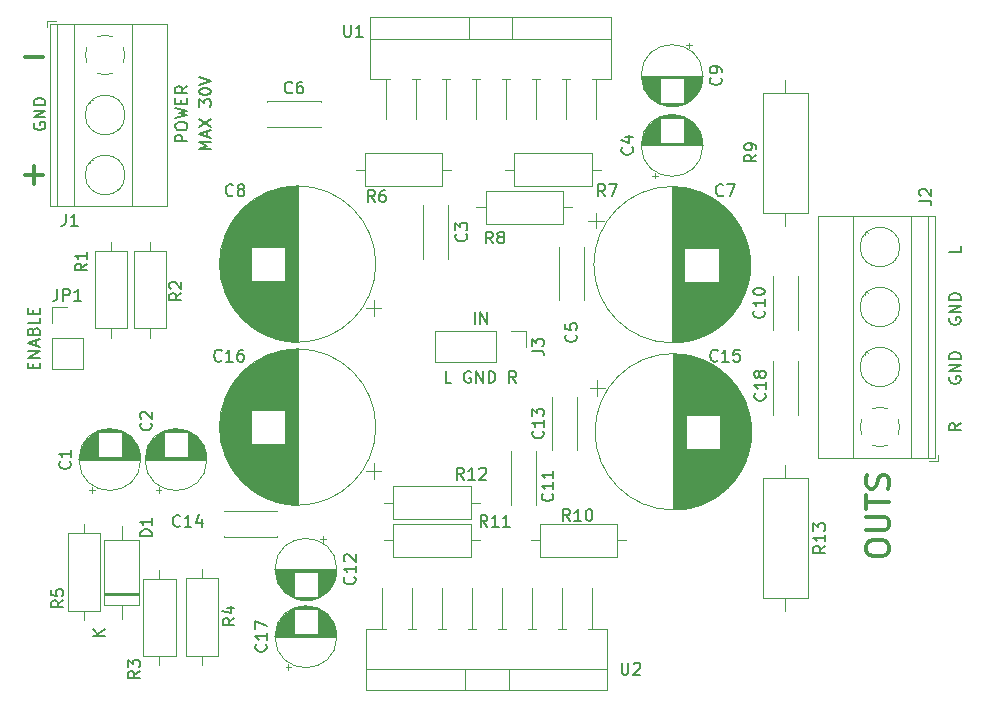
<source format=gbr>
%TF.GenerationSoftware,KiCad,Pcbnew,6.0.5-a6ca702e91~116~ubuntu20.04.1*%
%TF.CreationDate,2022-06-04T21:49:54-05:00*%
%TF.ProjectId,TDA7294,54444137-3239-4342-9e6b-696361645f70,rev?*%
%TF.SameCoordinates,Original*%
%TF.FileFunction,Legend,Top*%
%TF.FilePolarity,Positive*%
%FSLAX46Y46*%
G04 Gerber Fmt 4.6, Leading zero omitted, Abs format (unit mm)*
G04 Created by KiCad (PCBNEW 6.0.5-a6ca702e91~116~ubuntu20.04.1) date 2022-06-04 21:49:54*
%MOMM*%
%LPD*%
G01*
G04 APERTURE LIST*
%ADD10C,0.150000*%
%ADD11C,0.300000*%
%ADD12C,0.120000*%
G04 APERTURE END LIST*
D10*
X76928571Y-60023809D02*
X76928571Y-59690476D01*
X77452380Y-59547619D02*
X77452380Y-60023809D01*
X76452380Y-60023809D01*
X76452380Y-59547619D01*
X77452380Y-59119047D02*
X76452380Y-59119047D01*
X77452380Y-58547619D01*
X76452380Y-58547619D01*
X77166666Y-58119047D02*
X77166666Y-57642857D01*
X77452380Y-58214285D02*
X76452380Y-57880952D01*
X77452380Y-57547619D01*
X76928571Y-56880952D02*
X76976190Y-56738095D01*
X77023809Y-56690476D01*
X77119047Y-56642857D01*
X77261904Y-56642857D01*
X77357142Y-56690476D01*
X77404761Y-56738095D01*
X77452380Y-56833333D01*
X77452380Y-57214285D01*
X76452380Y-57214285D01*
X76452380Y-56880952D01*
X76500000Y-56785714D01*
X76547619Y-56738095D01*
X76642857Y-56690476D01*
X76738095Y-56690476D01*
X76833333Y-56738095D01*
X76880952Y-56785714D01*
X76928571Y-56880952D01*
X76928571Y-57214285D01*
X77452380Y-55738095D02*
X77452380Y-56214285D01*
X76452380Y-56214285D01*
X76928571Y-55404761D02*
X76928571Y-55071428D01*
X77452380Y-54928571D02*
X77452380Y-55404761D01*
X76452380Y-55404761D01*
X76452380Y-54928571D01*
X91952380Y-41500000D02*
X90952380Y-41500000D01*
X91666666Y-41166666D01*
X90952380Y-40833333D01*
X91952380Y-40833333D01*
X91666666Y-40404761D02*
X91666666Y-39928571D01*
X91952380Y-40500000D02*
X90952380Y-40166666D01*
X91952380Y-39833333D01*
X90952380Y-39595238D02*
X91952380Y-38928571D01*
X90952380Y-38928571D02*
X91952380Y-39595238D01*
X90952380Y-37880952D02*
X90952380Y-37261904D01*
X91333333Y-37595238D01*
X91333333Y-37452380D01*
X91380952Y-37357142D01*
X91428571Y-37309523D01*
X91523809Y-37261904D01*
X91761904Y-37261904D01*
X91857142Y-37309523D01*
X91904761Y-37357142D01*
X91952380Y-37452380D01*
X91952380Y-37738095D01*
X91904761Y-37833333D01*
X91857142Y-37880952D01*
X90952380Y-36642857D02*
X90952380Y-36547619D01*
X91000000Y-36452380D01*
X91047619Y-36404761D01*
X91142857Y-36357142D01*
X91333333Y-36309523D01*
X91571428Y-36309523D01*
X91761904Y-36357142D01*
X91857142Y-36404761D01*
X91904761Y-36452380D01*
X91952380Y-36547619D01*
X91952380Y-36642857D01*
X91904761Y-36738095D01*
X91857142Y-36785714D01*
X91761904Y-36833333D01*
X91571428Y-36880952D01*
X91333333Y-36880952D01*
X91142857Y-36833333D01*
X91047619Y-36785714D01*
X91000000Y-36738095D01*
X90952380Y-36642857D01*
X90952380Y-36023809D02*
X91952380Y-35690476D01*
X90952380Y-35357142D01*
D11*
X76238095Y-43642857D02*
X77761904Y-43642857D01*
X77000000Y-44404761D02*
X77000000Y-42880952D01*
D10*
X77000000Y-39261904D02*
X76952380Y-39357142D01*
X76952380Y-39500000D01*
X77000000Y-39642857D01*
X77095238Y-39738095D01*
X77190476Y-39785714D01*
X77380952Y-39833333D01*
X77523809Y-39833333D01*
X77714285Y-39785714D01*
X77809523Y-39738095D01*
X77904761Y-39642857D01*
X77952380Y-39500000D01*
X77952380Y-39404761D01*
X77904761Y-39261904D01*
X77857142Y-39214285D01*
X77523809Y-39214285D01*
X77523809Y-39404761D01*
X77952380Y-38785714D02*
X76952380Y-38785714D01*
X77952380Y-38214285D01*
X76952380Y-38214285D01*
X77952380Y-37738095D02*
X76952380Y-37738095D01*
X76952380Y-37500000D01*
X77000000Y-37357142D01*
X77095238Y-37261904D01*
X77190476Y-37214285D01*
X77380952Y-37166666D01*
X77523809Y-37166666D01*
X77714285Y-37214285D01*
X77809523Y-37261904D01*
X77904761Y-37357142D01*
X77952380Y-37500000D01*
X77952380Y-37738095D01*
D11*
X76238095Y-33642857D02*
X77761904Y-33642857D01*
D10*
X89952380Y-40809523D02*
X88952380Y-40809523D01*
X88952380Y-40428571D01*
X89000000Y-40333333D01*
X89047619Y-40285714D01*
X89142857Y-40238095D01*
X89285714Y-40238095D01*
X89380952Y-40285714D01*
X89428571Y-40333333D01*
X89476190Y-40428571D01*
X89476190Y-40809523D01*
X88952380Y-39619047D02*
X88952380Y-39428571D01*
X89000000Y-39333333D01*
X89095238Y-39238095D01*
X89285714Y-39190476D01*
X89619047Y-39190476D01*
X89809523Y-39238095D01*
X89904761Y-39333333D01*
X89952380Y-39428571D01*
X89952380Y-39619047D01*
X89904761Y-39714285D01*
X89809523Y-39809523D01*
X89619047Y-39857142D01*
X89285714Y-39857142D01*
X89095238Y-39809523D01*
X89000000Y-39714285D01*
X88952380Y-39619047D01*
X88952380Y-38857142D02*
X89952380Y-38619047D01*
X89238095Y-38428571D01*
X89952380Y-38238095D01*
X88952380Y-38000000D01*
X89428571Y-37619047D02*
X89428571Y-37285714D01*
X89952380Y-37142857D02*
X89952380Y-37619047D01*
X88952380Y-37619047D01*
X88952380Y-37142857D01*
X89952380Y-36142857D02*
X89476190Y-36476190D01*
X89952380Y-36714285D02*
X88952380Y-36714285D01*
X88952380Y-36333333D01*
X89000000Y-36238095D01*
X89047619Y-36190476D01*
X89142857Y-36142857D01*
X89285714Y-36142857D01*
X89380952Y-36190476D01*
X89428571Y-36238095D01*
X89476190Y-36333333D01*
X89476190Y-36714285D01*
D11*
X147404761Y-75452380D02*
X147404761Y-75071428D01*
X147500000Y-74880952D01*
X147690476Y-74690476D01*
X148071428Y-74595238D01*
X148738095Y-74595238D01*
X149119047Y-74690476D01*
X149309523Y-74880952D01*
X149404761Y-75071428D01*
X149404761Y-75452380D01*
X149309523Y-75642857D01*
X149119047Y-75833333D01*
X148738095Y-75928571D01*
X148071428Y-75928571D01*
X147690476Y-75833333D01*
X147500000Y-75642857D01*
X147404761Y-75452380D01*
X147404761Y-73738095D02*
X149023809Y-73738095D01*
X149214285Y-73642857D01*
X149309523Y-73547619D01*
X149404761Y-73357142D01*
X149404761Y-72976190D01*
X149309523Y-72785714D01*
X149214285Y-72690476D01*
X149023809Y-72595238D01*
X147404761Y-72595238D01*
X147404761Y-71928571D02*
X147404761Y-70785714D01*
X149404761Y-71357142D02*
X147404761Y-71357142D01*
X149309523Y-70214285D02*
X149404761Y-69928571D01*
X149404761Y-69452380D01*
X149309523Y-69261904D01*
X149214285Y-69166666D01*
X149023809Y-69071428D01*
X148833333Y-69071428D01*
X148642857Y-69166666D01*
X148547619Y-69261904D01*
X148452380Y-69452380D01*
X148357142Y-69833333D01*
X148261904Y-70023809D01*
X148166666Y-70119047D01*
X147976190Y-70214285D01*
X147785714Y-70214285D01*
X147595238Y-70119047D01*
X147500000Y-70023809D01*
X147404761Y-69833333D01*
X147404761Y-69357142D01*
X147500000Y-69071428D01*
D10*
X155452380Y-49690476D02*
X155452380Y-50166666D01*
X154452380Y-50166666D01*
X154500000Y-55761904D02*
X154452380Y-55857142D01*
X154452380Y-56000000D01*
X154500000Y-56142857D01*
X154595238Y-56238095D01*
X154690476Y-56285714D01*
X154880952Y-56333333D01*
X155023809Y-56333333D01*
X155214285Y-56285714D01*
X155309523Y-56238095D01*
X155404761Y-56142857D01*
X155452380Y-56000000D01*
X155452380Y-55904761D01*
X155404761Y-55761904D01*
X155357142Y-55714285D01*
X155023809Y-55714285D01*
X155023809Y-55904761D01*
X155452380Y-55285714D02*
X154452380Y-55285714D01*
X155452380Y-54714285D01*
X154452380Y-54714285D01*
X155452380Y-54238095D02*
X154452380Y-54238095D01*
X154452380Y-54000000D01*
X154500000Y-53857142D01*
X154595238Y-53761904D01*
X154690476Y-53714285D01*
X154880952Y-53666666D01*
X155023809Y-53666666D01*
X155214285Y-53714285D01*
X155309523Y-53761904D01*
X155404761Y-53857142D01*
X155452380Y-54000000D01*
X155452380Y-54238095D01*
X154500000Y-60761904D02*
X154452380Y-60857142D01*
X154452380Y-61000000D01*
X154500000Y-61142857D01*
X154595238Y-61238095D01*
X154690476Y-61285714D01*
X154880952Y-61333333D01*
X155023809Y-61333333D01*
X155214285Y-61285714D01*
X155309523Y-61238095D01*
X155404761Y-61142857D01*
X155452380Y-61000000D01*
X155452380Y-60904761D01*
X155404761Y-60761904D01*
X155357142Y-60714285D01*
X155023809Y-60714285D01*
X155023809Y-60904761D01*
X155452380Y-60285714D02*
X154452380Y-60285714D01*
X155452380Y-59714285D01*
X154452380Y-59714285D01*
X155452380Y-59238095D02*
X154452380Y-59238095D01*
X154452380Y-59000000D01*
X154500000Y-58857142D01*
X154595238Y-58761904D01*
X154690476Y-58714285D01*
X154880952Y-58666666D01*
X155023809Y-58666666D01*
X155214285Y-58714285D01*
X155309523Y-58761904D01*
X155404761Y-58857142D01*
X155452380Y-59000000D01*
X155452380Y-59238095D01*
X155452380Y-64690476D02*
X154976190Y-65023809D01*
X155452380Y-65261904D02*
X154452380Y-65261904D01*
X154452380Y-64880952D01*
X154500000Y-64785714D01*
X154547619Y-64738095D01*
X154642857Y-64690476D01*
X154785714Y-64690476D01*
X154880952Y-64738095D01*
X154928571Y-64785714D01*
X154976190Y-64880952D01*
X154976190Y-65261904D01*
X112323809Y-61252380D02*
X111847619Y-61252380D01*
X111847619Y-60252380D01*
X113942857Y-60300000D02*
X113847619Y-60252380D01*
X113704761Y-60252380D01*
X113561904Y-60300000D01*
X113466666Y-60395238D01*
X113419047Y-60490476D01*
X113371428Y-60680952D01*
X113371428Y-60823809D01*
X113419047Y-61014285D01*
X113466666Y-61109523D01*
X113561904Y-61204761D01*
X113704761Y-61252380D01*
X113800000Y-61252380D01*
X113942857Y-61204761D01*
X113990476Y-61157142D01*
X113990476Y-60823809D01*
X113800000Y-60823809D01*
X114419047Y-61252380D02*
X114419047Y-60252380D01*
X114990476Y-61252380D01*
X114990476Y-60252380D01*
X115466666Y-61252380D02*
X115466666Y-60252380D01*
X115704761Y-60252380D01*
X115847619Y-60300000D01*
X115942857Y-60395238D01*
X115990476Y-60490476D01*
X116038095Y-60680952D01*
X116038095Y-60823809D01*
X115990476Y-61014285D01*
X115942857Y-61109523D01*
X115847619Y-61204761D01*
X115704761Y-61252380D01*
X115466666Y-61252380D01*
X117800000Y-61252380D02*
X117466666Y-60776190D01*
X117228571Y-61252380D02*
X117228571Y-60252380D01*
X117609523Y-60252380D01*
X117704761Y-60300000D01*
X117752380Y-60347619D01*
X117800000Y-60442857D01*
X117800000Y-60585714D01*
X117752380Y-60680952D01*
X117704761Y-60728571D01*
X117609523Y-60776190D01*
X117228571Y-60776190D01*
X114276190Y-56252380D02*
X114276190Y-55252380D01*
X114752380Y-56252380D02*
X114752380Y-55252380D01*
X115323809Y-56252380D01*
X115323809Y-55252380D01*
%TO.C,C15*%
X134857142Y-59357142D02*
X134809523Y-59404761D01*
X134666666Y-59452380D01*
X134571428Y-59452380D01*
X134428571Y-59404761D01*
X134333333Y-59309523D01*
X134285714Y-59214285D01*
X134238095Y-59023809D01*
X134238095Y-58880952D01*
X134285714Y-58690476D01*
X134333333Y-58595238D01*
X134428571Y-58500000D01*
X134571428Y-58452380D01*
X134666666Y-58452380D01*
X134809523Y-58500000D01*
X134857142Y-58547619D01*
X135809523Y-59452380D02*
X135238095Y-59452380D01*
X135523809Y-59452380D02*
X135523809Y-58452380D01*
X135428571Y-58595238D01*
X135333333Y-58690476D01*
X135238095Y-58738095D01*
X136714285Y-58452380D02*
X136238095Y-58452380D01*
X136190476Y-58928571D01*
X136238095Y-58880952D01*
X136333333Y-58833333D01*
X136571428Y-58833333D01*
X136666666Y-58880952D01*
X136714285Y-58928571D01*
X136761904Y-59023809D01*
X136761904Y-59261904D01*
X136714285Y-59357142D01*
X136666666Y-59404761D01*
X136571428Y-59452380D01*
X136333333Y-59452380D01*
X136238095Y-59404761D01*
X136190476Y-59357142D01*
%TO.C,J1*%
X79666666Y-46952380D02*
X79666666Y-47666666D01*
X79619047Y-47809523D01*
X79523809Y-47904761D01*
X79380952Y-47952380D01*
X79285714Y-47952380D01*
X80666666Y-47952380D02*
X80095238Y-47952380D01*
X80380952Y-47952380D02*
X80380952Y-46952380D01*
X80285714Y-47095238D01*
X80190476Y-47190476D01*
X80095238Y-47238095D01*
%TO.C,J2*%
X151952380Y-45833333D02*
X152666666Y-45833333D01*
X152809523Y-45880952D01*
X152904761Y-45976190D01*
X152952380Y-46119047D01*
X152952380Y-46214285D01*
X152047619Y-45404761D02*
X152000000Y-45357142D01*
X151952380Y-45261904D01*
X151952380Y-45023809D01*
X152000000Y-44928571D01*
X152047619Y-44880952D01*
X152142857Y-44833333D01*
X152238095Y-44833333D01*
X152380952Y-44880952D01*
X152952380Y-45452380D01*
X152952380Y-44833333D01*
%TO.C,J3*%
X119122380Y-58533333D02*
X119836666Y-58533333D01*
X119979523Y-58580952D01*
X120074761Y-58676190D01*
X120122380Y-58819047D01*
X120122380Y-58914285D01*
X119122380Y-58152380D02*
X119122380Y-57533333D01*
X119503333Y-57866666D01*
X119503333Y-57723809D01*
X119550952Y-57628571D01*
X119598571Y-57580952D01*
X119693809Y-57533333D01*
X119931904Y-57533333D01*
X120027142Y-57580952D01*
X120074761Y-57628571D01*
X120122380Y-57723809D01*
X120122380Y-58009523D01*
X120074761Y-58104761D01*
X120027142Y-58152380D01*
%TO.C,C17*%
X96607142Y-83392857D02*
X96654761Y-83440476D01*
X96702380Y-83583333D01*
X96702380Y-83678571D01*
X96654761Y-83821428D01*
X96559523Y-83916666D01*
X96464285Y-83964285D01*
X96273809Y-84011904D01*
X96130952Y-84011904D01*
X95940476Y-83964285D01*
X95845238Y-83916666D01*
X95750000Y-83821428D01*
X95702380Y-83678571D01*
X95702380Y-83583333D01*
X95750000Y-83440476D01*
X95797619Y-83392857D01*
X96702380Y-82440476D02*
X96702380Y-83011904D01*
X96702380Y-82726190D02*
X95702380Y-82726190D01*
X95845238Y-82821428D01*
X95940476Y-82916666D01*
X95988095Y-83011904D01*
X95702380Y-82107142D02*
X95702380Y-81440476D01*
X96702380Y-81869047D01*
%TO.C,C9*%
X135107142Y-35416666D02*
X135154761Y-35464285D01*
X135202380Y-35607142D01*
X135202380Y-35702380D01*
X135154761Y-35845238D01*
X135059523Y-35940476D01*
X134964285Y-35988095D01*
X134773809Y-36035714D01*
X134630952Y-36035714D01*
X134440476Y-35988095D01*
X134345238Y-35940476D01*
X134250000Y-35845238D01*
X134202380Y-35702380D01*
X134202380Y-35607142D01*
X134250000Y-35464285D01*
X134297619Y-35416666D01*
X135202380Y-34940476D02*
X135202380Y-34750000D01*
X135154761Y-34654761D01*
X135107142Y-34607142D01*
X134964285Y-34511904D01*
X134773809Y-34464285D01*
X134392857Y-34464285D01*
X134297619Y-34511904D01*
X134250000Y-34559523D01*
X134202380Y-34654761D01*
X134202380Y-34845238D01*
X134250000Y-34940476D01*
X134297619Y-34988095D01*
X134392857Y-35035714D01*
X134630952Y-35035714D01*
X134726190Y-34988095D01*
X134773809Y-34940476D01*
X134821428Y-34845238D01*
X134821428Y-34654761D01*
X134773809Y-34559523D01*
X134726190Y-34511904D01*
X134630952Y-34464285D01*
%TO.C,U2*%
X126738095Y-84952380D02*
X126738095Y-85761904D01*
X126785714Y-85857142D01*
X126833333Y-85904761D01*
X126928571Y-85952380D01*
X127119047Y-85952380D01*
X127214285Y-85904761D01*
X127261904Y-85857142D01*
X127309523Y-85761904D01*
X127309523Y-84952380D01*
X127738095Y-85047619D02*
X127785714Y-85000000D01*
X127880952Y-84952380D01*
X128119047Y-84952380D01*
X128214285Y-85000000D01*
X128261904Y-85047619D01*
X128309523Y-85142857D01*
X128309523Y-85238095D01*
X128261904Y-85380952D01*
X127690476Y-85952380D01*
X128309523Y-85952380D01*
%TO.C,U1*%
X103238095Y-30952380D02*
X103238095Y-31761904D01*
X103285714Y-31857142D01*
X103333333Y-31904761D01*
X103428571Y-31952380D01*
X103619047Y-31952380D01*
X103714285Y-31904761D01*
X103761904Y-31857142D01*
X103809523Y-31761904D01*
X103809523Y-30952380D01*
X104809523Y-31952380D02*
X104238095Y-31952380D01*
X104523809Y-31952380D02*
X104523809Y-30952380D01*
X104428571Y-31095238D01*
X104333333Y-31190476D01*
X104238095Y-31238095D01*
%TO.C,R13*%
X143972380Y-75062857D02*
X143496190Y-75396190D01*
X143972380Y-75634285D02*
X142972380Y-75634285D01*
X142972380Y-75253333D01*
X143020000Y-75158095D01*
X143067619Y-75110476D01*
X143162857Y-75062857D01*
X143305714Y-75062857D01*
X143400952Y-75110476D01*
X143448571Y-75158095D01*
X143496190Y-75253333D01*
X143496190Y-75634285D01*
X143972380Y-74110476D02*
X143972380Y-74681904D01*
X143972380Y-74396190D02*
X142972380Y-74396190D01*
X143115238Y-74491428D01*
X143210476Y-74586666D01*
X143258095Y-74681904D01*
X142972380Y-73777142D02*
X142972380Y-73158095D01*
X143353333Y-73491428D01*
X143353333Y-73348571D01*
X143400952Y-73253333D01*
X143448571Y-73205714D01*
X143543809Y-73158095D01*
X143781904Y-73158095D01*
X143877142Y-73205714D01*
X143924761Y-73253333D01*
X143972380Y-73348571D01*
X143972380Y-73634285D01*
X143924761Y-73729523D01*
X143877142Y-73777142D01*
%TO.C,R12*%
X113357142Y-69452380D02*
X113023809Y-68976190D01*
X112785714Y-69452380D02*
X112785714Y-68452380D01*
X113166666Y-68452380D01*
X113261904Y-68500000D01*
X113309523Y-68547619D01*
X113357142Y-68642857D01*
X113357142Y-68785714D01*
X113309523Y-68880952D01*
X113261904Y-68928571D01*
X113166666Y-68976190D01*
X112785714Y-68976190D01*
X114309523Y-69452380D02*
X113738095Y-69452380D01*
X114023809Y-69452380D02*
X114023809Y-68452380D01*
X113928571Y-68595238D01*
X113833333Y-68690476D01*
X113738095Y-68738095D01*
X114690476Y-68547619D02*
X114738095Y-68500000D01*
X114833333Y-68452380D01*
X115071428Y-68452380D01*
X115166666Y-68500000D01*
X115214285Y-68547619D01*
X115261904Y-68642857D01*
X115261904Y-68738095D01*
X115214285Y-68880952D01*
X114642857Y-69452380D01*
X115261904Y-69452380D01*
%TO.C,R11*%
X115357142Y-73452380D02*
X115023809Y-72976190D01*
X114785714Y-73452380D02*
X114785714Y-72452380D01*
X115166666Y-72452380D01*
X115261904Y-72500000D01*
X115309523Y-72547619D01*
X115357142Y-72642857D01*
X115357142Y-72785714D01*
X115309523Y-72880952D01*
X115261904Y-72928571D01*
X115166666Y-72976190D01*
X114785714Y-72976190D01*
X116309523Y-73452380D02*
X115738095Y-73452380D01*
X116023809Y-73452380D02*
X116023809Y-72452380D01*
X115928571Y-72595238D01*
X115833333Y-72690476D01*
X115738095Y-72738095D01*
X117261904Y-73452380D02*
X116690476Y-73452380D01*
X116976190Y-73452380D02*
X116976190Y-72452380D01*
X116880952Y-72595238D01*
X116785714Y-72690476D01*
X116690476Y-72738095D01*
%TO.C,R10*%
X122357142Y-72952380D02*
X122023809Y-72476190D01*
X121785714Y-72952380D02*
X121785714Y-71952380D01*
X122166666Y-71952380D01*
X122261904Y-72000000D01*
X122309523Y-72047619D01*
X122357142Y-72142857D01*
X122357142Y-72285714D01*
X122309523Y-72380952D01*
X122261904Y-72428571D01*
X122166666Y-72476190D01*
X121785714Y-72476190D01*
X123309523Y-72952380D02*
X122738095Y-72952380D01*
X123023809Y-72952380D02*
X123023809Y-71952380D01*
X122928571Y-72095238D01*
X122833333Y-72190476D01*
X122738095Y-72238095D01*
X123928571Y-71952380D02*
X124023809Y-71952380D01*
X124119047Y-72000000D01*
X124166666Y-72047619D01*
X124214285Y-72142857D01*
X124261904Y-72333333D01*
X124261904Y-72571428D01*
X124214285Y-72761904D01*
X124166666Y-72857142D01*
X124119047Y-72904761D01*
X124023809Y-72952380D01*
X123928571Y-72952380D01*
X123833333Y-72904761D01*
X123785714Y-72857142D01*
X123738095Y-72761904D01*
X123690476Y-72571428D01*
X123690476Y-72333333D01*
X123738095Y-72142857D01*
X123785714Y-72047619D01*
X123833333Y-72000000D01*
X123928571Y-71952380D01*
%TO.C,R9*%
X138132380Y-41946666D02*
X137656190Y-42280000D01*
X138132380Y-42518095D02*
X137132380Y-42518095D01*
X137132380Y-42137142D01*
X137180000Y-42041904D01*
X137227619Y-41994285D01*
X137322857Y-41946666D01*
X137465714Y-41946666D01*
X137560952Y-41994285D01*
X137608571Y-42041904D01*
X137656190Y-42137142D01*
X137656190Y-42518095D01*
X138132380Y-41470476D02*
X138132380Y-41280000D01*
X138084761Y-41184761D01*
X138037142Y-41137142D01*
X137894285Y-41041904D01*
X137703809Y-40994285D01*
X137322857Y-40994285D01*
X137227619Y-41041904D01*
X137180000Y-41089523D01*
X137132380Y-41184761D01*
X137132380Y-41375238D01*
X137180000Y-41470476D01*
X137227619Y-41518095D01*
X137322857Y-41565714D01*
X137560952Y-41565714D01*
X137656190Y-41518095D01*
X137703809Y-41470476D01*
X137751428Y-41375238D01*
X137751428Y-41184761D01*
X137703809Y-41089523D01*
X137656190Y-41041904D01*
X137560952Y-40994285D01*
%TO.C,R8*%
X115833333Y-49452380D02*
X115500000Y-48976190D01*
X115261904Y-49452380D02*
X115261904Y-48452380D01*
X115642857Y-48452380D01*
X115738095Y-48500000D01*
X115785714Y-48547619D01*
X115833333Y-48642857D01*
X115833333Y-48785714D01*
X115785714Y-48880952D01*
X115738095Y-48928571D01*
X115642857Y-48976190D01*
X115261904Y-48976190D01*
X116404761Y-48880952D02*
X116309523Y-48833333D01*
X116261904Y-48785714D01*
X116214285Y-48690476D01*
X116214285Y-48642857D01*
X116261904Y-48547619D01*
X116309523Y-48500000D01*
X116404761Y-48452380D01*
X116595238Y-48452380D01*
X116690476Y-48500000D01*
X116738095Y-48547619D01*
X116785714Y-48642857D01*
X116785714Y-48690476D01*
X116738095Y-48785714D01*
X116690476Y-48833333D01*
X116595238Y-48880952D01*
X116404761Y-48880952D01*
X116309523Y-48928571D01*
X116261904Y-48976190D01*
X116214285Y-49071428D01*
X116214285Y-49261904D01*
X116261904Y-49357142D01*
X116309523Y-49404761D01*
X116404761Y-49452380D01*
X116595238Y-49452380D01*
X116690476Y-49404761D01*
X116738095Y-49357142D01*
X116785714Y-49261904D01*
X116785714Y-49071428D01*
X116738095Y-48976190D01*
X116690476Y-48928571D01*
X116595238Y-48880952D01*
%TO.C,R7*%
X125333333Y-45452380D02*
X125000000Y-44976190D01*
X124761904Y-45452380D02*
X124761904Y-44452380D01*
X125142857Y-44452380D01*
X125238095Y-44500000D01*
X125285714Y-44547619D01*
X125333333Y-44642857D01*
X125333333Y-44785714D01*
X125285714Y-44880952D01*
X125238095Y-44928571D01*
X125142857Y-44976190D01*
X124761904Y-44976190D01*
X125666666Y-44452380D02*
X126333333Y-44452380D01*
X125904761Y-45452380D01*
%TO.C,R6*%
X105833333Y-45952380D02*
X105500000Y-45476190D01*
X105261904Y-45952380D02*
X105261904Y-44952380D01*
X105642857Y-44952380D01*
X105738095Y-45000000D01*
X105785714Y-45047619D01*
X105833333Y-45142857D01*
X105833333Y-45285714D01*
X105785714Y-45380952D01*
X105738095Y-45428571D01*
X105642857Y-45476190D01*
X105261904Y-45476190D01*
X106690476Y-44952380D02*
X106500000Y-44952380D01*
X106404761Y-45000000D01*
X106357142Y-45047619D01*
X106261904Y-45190476D01*
X106214285Y-45380952D01*
X106214285Y-45761904D01*
X106261904Y-45857142D01*
X106309523Y-45904761D01*
X106404761Y-45952380D01*
X106595238Y-45952380D01*
X106690476Y-45904761D01*
X106738095Y-45857142D01*
X106785714Y-45761904D01*
X106785714Y-45523809D01*
X106738095Y-45428571D01*
X106690476Y-45380952D01*
X106595238Y-45333333D01*
X106404761Y-45333333D01*
X106309523Y-45380952D01*
X106261904Y-45428571D01*
X106214285Y-45523809D01*
%TO.C,R5*%
X79452380Y-79666666D02*
X78976190Y-80000000D01*
X79452380Y-80238095D02*
X78452380Y-80238095D01*
X78452380Y-79857142D01*
X78500000Y-79761904D01*
X78547619Y-79714285D01*
X78642857Y-79666666D01*
X78785714Y-79666666D01*
X78880952Y-79714285D01*
X78928571Y-79761904D01*
X78976190Y-79857142D01*
X78976190Y-80238095D01*
X78452380Y-78761904D02*
X78452380Y-79238095D01*
X78928571Y-79285714D01*
X78880952Y-79238095D01*
X78833333Y-79142857D01*
X78833333Y-78904761D01*
X78880952Y-78809523D01*
X78928571Y-78761904D01*
X79023809Y-78714285D01*
X79261904Y-78714285D01*
X79357142Y-78761904D01*
X79404761Y-78809523D01*
X79452380Y-78904761D01*
X79452380Y-79142857D01*
X79404761Y-79238095D01*
X79357142Y-79285714D01*
%TO.C,R4*%
X93952380Y-81166666D02*
X93476190Y-81500000D01*
X93952380Y-81738095D02*
X92952380Y-81738095D01*
X92952380Y-81357142D01*
X93000000Y-81261904D01*
X93047619Y-81214285D01*
X93142857Y-81166666D01*
X93285714Y-81166666D01*
X93380952Y-81214285D01*
X93428571Y-81261904D01*
X93476190Y-81357142D01*
X93476190Y-81738095D01*
X93285714Y-80309523D02*
X93952380Y-80309523D01*
X92904761Y-80547619D02*
X93619047Y-80785714D01*
X93619047Y-80166666D01*
%TO.C,R3*%
X85952380Y-85666666D02*
X85476190Y-86000000D01*
X85952380Y-86238095D02*
X84952380Y-86238095D01*
X84952380Y-85857142D01*
X85000000Y-85761904D01*
X85047619Y-85714285D01*
X85142857Y-85666666D01*
X85285714Y-85666666D01*
X85380952Y-85714285D01*
X85428571Y-85761904D01*
X85476190Y-85857142D01*
X85476190Y-86238095D01*
X84952380Y-85333333D02*
X84952380Y-84714285D01*
X85333333Y-85047619D01*
X85333333Y-84904761D01*
X85380952Y-84809523D01*
X85428571Y-84761904D01*
X85523809Y-84714285D01*
X85761904Y-84714285D01*
X85857142Y-84761904D01*
X85904761Y-84809523D01*
X85952380Y-84904761D01*
X85952380Y-85190476D01*
X85904761Y-85285714D01*
X85857142Y-85333333D01*
%TO.C,R2*%
X89452380Y-53666666D02*
X88976190Y-54000000D01*
X89452380Y-54238095D02*
X88452380Y-54238095D01*
X88452380Y-53857142D01*
X88500000Y-53761904D01*
X88547619Y-53714285D01*
X88642857Y-53666666D01*
X88785714Y-53666666D01*
X88880952Y-53714285D01*
X88928571Y-53761904D01*
X88976190Y-53857142D01*
X88976190Y-54238095D01*
X88547619Y-53285714D02*
X88500000Y-53238095D01*
X88452380Y-53142857D01*
X88452380Y-52904761D01*
X88500000Y-52809523D01*
X88547619Y-52761904D01*
X88642857Y-52714285D01*
X88738095Y-52714285D01*
X88880952Y-52761904D01*
X89452380Y-53333333D01*
X89452380Y-52714285D01*
%TO.C,R1*%
X81452380Y-51166666D02*
X80976190Y-51500000D01*
X81452380Y-51738095D02*
X80452380Y-51738095D01*
X80452380Y-51357142D01*
X80500000Y-51261904D01*
X80547619Y-51214285D01*
X80642857Y-51166666D01*
X80785714Y-51166666D01*
X80880952Y-51214285D01*
X80928571Y-51261904D01*
X80976190Y-51357142D01*
X80976190Y-51738095D01*
X81452380Y-50214285D02*
X81452380Y-50785714D01*
X81452380Y-50500000D02*
X80452380Y-50500000D01*
X80595238Y-50595238D01*
X80690476Y-50690476D01*
X80738095Y-50785714D01*
%TO.C,JP1*%
X78966666Y-53322380D02*
X78966666Y-54036666D01*
X78919047Y-54179523D01*
X78823809Y-54274761D01*
X78680952Y-54322380D01*
X78585714Y-54322380D01*
X79442857Y-54322380D02*
X79442857Y-53322380D01*
X79823809Y-53322380D01*
X79919047Y-53370000D01*
X79966666Y-53417619D01*
X80014285Y-53512857D01*
X80014285Y-53655714D01*
X79966666Y-53750952D01*
X79919047Y-53798571D01*
X79823809Y-53846190D01*
X79442857Y-53846190D01*
X80966666Y-54322380D02*
X80395238Y-54322380D01*
X80680952Y-54322380D02*
X80680952Y-53322380D01*
X80585714Y-53465238D01*
X80490476Y-53560476D01*
X80395238Y-53608095D01*
%TO.C,D1*%
X86952380Y-74238095D02*
X85952380Y-74238095D01*
X85952380Y-74000000D01*
X86000000Y-73857142D01*
X86095238Y-73761904D01*
X86190476Y-73714285D01*
X86380952Y-73666666D01*
X86523809Y-73666666D01*
X86714285Y-73714285D01*
X86809523Y-73761904D01*
X86904761Y-73857142D01*
X86952380Y-74000000D01*
X86952380Y-74238095D01*
X86952380Y-72714285D02*
X86952380Y-73285714D01*
X86952380Y-73000000D02*
X85952380Y-73000000D01*
X86095238Y-73095238D01*
X86190476Y-73190476D01*
X86238095Y-73285714D01*
X82952380Y-82661904D02*
X81952380Y-82661904D01*
X82952380Y-82090476D02*
X82380952Y-82519047D01*
X81952380Y-82090476D02*
X82523809Y-82661904D01*
%TO.C,C18*%
X138857142Y-62142857D02*
X138904761Y-62190476D01*
X138952380Y-62333333D01*
X138952380Y-62428571D01*
X138904761Y-62571428D01*
X138809523Y-62666666D01*
X138714285Y-62714285D01*
X138523809Y-62761904D01*
X138380952Y-62761904D01*
X138190476Y-62714285D01*
X138095238Y-62666666D01*
X138000000Y-62571428D01*
X137952380Y-62428571D01*
X137952380Y-62333333D01*
X138000000Y-62190476D01*
X138047619Y-62142857D01*
X138952380Y-61190476D02*
X138952380Y-61761904D01*
X138952380Y-61476190D02*
X137952380Y-61476190D01*
X138095238Y-61571428D01*
X138190476Y-61666666D01*
X138238095Y-61761904D01*
X138380952Y-60619047D02*
X138333333Y-60714285D01*
X138285714Y-60761904D01*
X138190476Y-60809523D01*
X138142857Y-60809523D01*
X138047619Y-60761904D01*
X138000000Y-60714285D01*
X137952380Y-60619047D01*
X137952380Y-60428571D01*
X138000000Y-60333333D01*
X138047619Y-60285714D01*
X138142857Y-60238095D01*
X138190476Y-60238095D01*
X138285714Y-60285714D01*
X138333333Y-60333333D01*
X138380952Y-60428571D01*
X138380952Y-60619047D01*
X138428571Y-60714285D01*
X138476190Y-60761904D01*
X138571428Y-60809523D01*
X138761904Y-60809523D01*
X138857142Y-60761904D01*
X138904761Y-60714285D01*
X138952380Y-60619047D01*
X138952380Y-60428571D01*
X138904761Y-60333333D01*
X138857142Y-60285714D01*
X138761904Y-60238095D01*
X138571428Y-60238095D01*
X138476190Y-60285714D01*
X138428571Y-60333333D01*
X138380952Y-60428571D01*
%TO.C,C16*%
X92857142Y-59357142D02*
X92809523Y-59404761D01*
X92666666Y-59452380D01*
X92571428Y-59452380D01*
X92428571Y-59404761D01*
X92333333Y-59309523D01*
X92285714Y-59214285D01*
X92238095Y-59023809D01*
X92238095Y-58880952D01*
X92285714Y-58690476D01*
X92333333Y-58595238D01*
X92428571Y-58500000D01*
X92571428Y-58452380D01*
X92666666Y-58452380D01*
X92809523Y-58500000D01*
X92857142Y-58547619D01*
X93809523Y-59452380D02*
X93238095Y-59452380D01*
X93523809Y-59452380D02*
X93523809Y-58452380D01*
X93428571Y-58595238D01*
X93333333Y-58690476D01*
X93238095Y-58738095D01*
X94666666Y-58452380D02*
X94476190Y-58452380D01*
X94380952Y-58500000D01*
X94333333Y-58547619D01*
X94238095Y-58690476D01*
X94190476Y-58880952D01*
X94190476Y-59261904D01*
X94238095Y-59357142D01*
X94285714Y-59404761D01*
X94380952Y-59452380D01*
X94571428Y-59452380D01*
X94666666Y-59404761D01*
X94714285Y-59357142D01*
X94761904Y-59261904D01*
X94761904Y-59023809D01*
X94714285Y-58928571D01*
X94666666Y-58880952D01*
X94571428Y-58833333D01*
X94380952Y-58833333D01*
X94285714Y-58880952D01*
X94238095Y-58928571D01*
X94190476Y-59023809D01*
%TO.C,C14*%
X89357142Y-73357142D02*
X89309523Y-73404761D01*
X89166666Y-73452380D01*
X89071428Y-73452380D01*
X88928571Y-73404761D01*
X88833333Y-73309523D01*
X88785714Y-73214285D01*
X88738095Y-73023809D01*
X88738095Y-72880952D01*
X88785714Y-72690476D01*
X88833333Y-72595238D01*
X88928571Y-72500000D01*
X89071428Y-72452380D01*
X89166666Y-72452380D01*
X89309523Y-72500000D01*
X89357142Y-72547619D01*
X90309523Y-73452380D02*
X89738095Y-73452380D01*
X90023809Y-73452380D02*
X90023809Y-72452380D01*
X89928571Y-72595238D01*
X89833333Y-72690476D01*
X89738095Y-72738095D01*
X91166666Y-72785714D02*
X91166666Y-73452380D01*
X90928571Y-72404761D02*
X90690476Y-73119047D01*
X91309523Y-73119047D01*
%TO.C,C13*%
X120057142Y-65342857D02*
X120104761Y-65390476D01*
X120152380Y-65533333D01*
X120152380Y-65628571D01*
X120104761Y-65771428D01*
X120009523Y-65866666D01*
X119914285Y-65914285D01*
X119723809Y-65961904D01*
X119580952Y-65961904D01*
X119390476Y-65914285D01*
X119295238Y-65866666D01*
X119200000Y-65771428D01*
X119152380Y-65628571D01*
X119152380Y-65533333D01*
X119200000Y-65390476D01*
X119247619Y-65342857D01*
X120152380Y-64390476D02*
X120152380Y-64961904D01*
X120152380Y-64676190D02*
X119152380Y-64676190D01*
X119295238Y-64771428D01*
X119390476Y-64866666D01*
X119438095Y-64961904D01*
X119152380Y-64057142D02*
X119152380Y-63438095D01*
X119533333Y-63771428D01*
X119533333Y-63628571D01*
X119580952Y-63533333D01*
X119628571Y-63485714D01*
X119723809Y-63438095D01*
X119961904Y-63438095D01*
X120057142Y-63485714D01*
X120104761Y-63533333D01*
X120152380Y-63628571D01*
X120152380Y-63914285D01*
X120104761Y-64009523D01*
X120057142Y-64057142D01*
%TO.C,C12*%
X104107142Y-77692857D02*
X104154761Y-77740476D01*
X104202380Y-77883333D01*
X104202380Y-77978571D01*
X104154761Y-78121428D01*
X104059523Y-78216666D01*
X103964285Y-78264285D01*
X103773809Y-78311904D01*
X103630952Y-78311904D01*
X103440476Y-78264285D01*
X103345238Y-78216666D01*
X103250000Y-78121428D01*
X103202380Y-77978571D01*
X103202380Y-77883333D01*
X103250000Y-77740476D01*
X103297619Y-77692857D01*
X104202380Y-76740476D02*
X104202380Y-77311904D01*
X104202380Y-77026190D02*
X103202380Y-77026190D01*
X103345238Y-77121428D01*
X103440476Y-77216666D01*
X103488095Y-77311904D01*
X103297619Y-76359523D02*
X103250000Y-76311904D01*
X103202380Y-76216666D01*
X103202380Y-75978571D01*
X103250000Y-75883333D01*
X103297619Y-75835714D01*
X103392857Y-75788095D01*
X103488095Y-75788095D01*
X103630952Y-75835714D01*
X104202380Y-76407142D01*
X104202380Y-75788095D01*
%TO.C,C11*%
X120857142Y-70642857D02*
X120904761Y-70690476D01*
X120952380Y-70833333D01*
X120952380Y-70928571D01*
X120904761Y-71071428D01*
X120809523Y-71166666D01*
X120714285Y-71214285D01*
X120523809Y-71261904D01*
X120380952Y-71261904D01*
X120190476Y-71214285D01*
X120095238Y-71166666D01*
X120000000Y-71071428D01*
X119952380Y-70928571D01*
X119952380Y-70833333D01*
X120000000Y-70690476D01*
X120047619Y-70642857D01*
X120952380Y-69690476D02*
X120952380Y-70261904D01*
X120952380Y-69976190D02*
X119952380Y-69976190D01*
X120095238Y-70071428D01*
X120190476Y-70166666D01*
X120238095Y-70261904D01*
X120952380Y-68738095D02*
X120952380Y-69309523D01*
X120952380Y-69023809D02*
X119952380Y-69023809D01*
X120095238Y-69119047D01*
X120190476Y-69214285D01*
X120238095Y-69309523D01*
%TO.C,C10*%
X138757142Y-55142857D02*
X138804761Y-55190476D01*
X138852380Y-55333333D01*
X138852380Y-55428571D01*
X138804761Y-55571428D01*
X138709523Y-55666666D01*
X138614285Y-55714285D01*
X138423809Y-55761904D01*
X138280952Y-55761904D01*
X138090476Y-55714285D01*
X137995238Y-55666666D01*
X137900000Y-55571428D01*
X137852380Y-55428571D01*
X137852380Y-55333333D01*
X137900000Y-55190476D01*
X137947619Y-55142857D01*
X138852380Y-54190476D02*
X138852380Y-54761904D01*
X138852380Y-54476190D02*
X137852380Y-54476190D01*
X137995238Y-54571428D01*
X138090476Y-54666666D01*
X138138095Y-54761904D01*
X137852380Y-53571428D02*
X137852380Y-53476190D01*
X137900000Y-53380952D01*
X137947619Y-53333333D01*
X138042857Y-53285714D01*
X138233333Y-53238095D01*
X138471428Y-53238095D01*
X138661904Y-53285714D01*
X138757142Y-53333333D01*
X138804761Y-53380952D01*
X138852380Y-53476190D01*
X138852380Y-53571428D01*
X138804761Y-53666666D01*
X138757142Y-53714285D01*
X138661904Y-53761904D01*
X138471428Y-53809523D01*
X138233333Y-53809523D01*
X138042857Y-53761904D01*
X137947619Y-53714285D01*
X137900000Y-53666666D01*
X137852380Y-53571428D01*
%TO.C,C8*%
X93833333Y-45357142D02*
X93785714Y-45404761D01*
X93642857Y-45452380D01*
X93547619Y-45452380D01*
X93404761Y-45404761D01*
X93309523Y-45309523D01*
X93261904Y-45214285D01*
X93214285Y-45023809D01*
X93214285Y-44880952D01*
X93261904Y-44690476D01*
X93309523Y-44595238D01*
X93404761Y-44500000D01*
X93547619Y-44452380D01*
X93642857Y-44452380D01*
X93785714Y-44500000D01*
X93833333Y-44547619D01*
X94404761Y-44880952D02*
X94309523Y-44833333D01*
X94261904Y-44785714D01*
X94214285Y-44690476D01*
X94214285Y-44642857D01*
X94261904Y-44547619D01*
X94309523Y-44500000D01*
X94404761Y-44452380D01*
X94595238Y-44452380D01*
X94690476Y-44500000D01*
X94738095Y-44547619D01*
X94785714Y-44642857D01*
X94785714Y-44690476D01*
X94738095Y-44785714D01*
X94690476Y-44833333D01*
X94595238Y-44880952D01*
X94404761Y-44880952D01*
X94309523Y-44928571D01*
X94261904Y-44976190D01*
X94214285Y-45071428D01*
X94214285Y-45261904D01*
X94261904Y-45357142D01*
X94309523Y-45404761D01*
X94404761Y-45452380D01*
X94595238Y-45452380D01*
X94690476Y-45404761D01*
X94738095Y-45357142D01*
X94785714Y-45261904D01*
X94785714Y-45071428D01*
X94738095Y-44976190D01*
X94690476Y-44928571D01*
X94595238Y-44880952D01*
%TO.C,C7*%
X135333333Y-45357142D02*
X135285714Y-45404761D01*
X135142857Y-45452380D01*
X135047619Y-45452380D01*
X134904761Y-45404761D01*
X134809523Y-45309523D01*
X134761904Y-45214285D01*
X134714285Y-45023809D01*
X134714285Y-44880952D01*
X134761904Y-44690476D01*
X134809523Y-44595238D01*
X134904761Y-44500000D01*
X135047619Y-44452380D01*
X135142857Y-44452380D01*
X135285714Y-44500000D01*
X135333333Y-44547619D01*
X135666666Y-44452380D02*
X136333333Y-44452380D01*
X135904761Y-45452380D01*
%TO.C,C6*%
X98833333Y-36657142D02*
X98785714Y-36704761D01*
X98642857Y-36752380D01*
X98547619Y-36752380D01*
X98404761Y-36704761D01*
X98309523Y-36609523D01*
X98261904Y-36514285D01*
X98214285Y-36323809D01*
X98214285Y-36180952D01*
X98261904Y-35990476D01*
X98309523Y-35895238D01*
X98404761Y-35800000D01*
X98547619Y-35752380D01*
X98642857Y-35752380D01*
X98785714Y-35800000D01*
X98833333Y-35847619D01*
X99690476Y-35752380D02*
X99500000Y-35752380D01*
X99404761Y-35800000D01*
X99357142Y-35847619D01*
X99261904Y-35990476D01*
X99214285Y-36180952D01*
X99214285Y-36561904D01*
X99261904Y-36657142D01*
X99309523Y-36704761D01*
X99404761Y-36752380D01*
X99595238Y-36752380D01*
X99690476Y-36704761D01*
X99738095Y-36657142D01*
X99785714Y-36561904D01*
X99785714Y-36323809D01*
X99738095Y-36228571D01*
X99690476Y-36180952D01*
X99595238Y-36133333D01*
X99404761Y-36133333D01*
X99309523Y-36180952D01*
X99261904Y-36228571D01*
X99214285Y-36323809D01*
%TO.C,C5*%
X122857142Y-57166666D02*
X122904761Y-57214285D01*
X122952380Y-57357142D01*
X122952380Y-57452380D01*
X122904761Y-57595238D01*
X122809523Y-57690476D01*
X122714285Y-57738095D01*
X122523809Y-57785714D01*
X122380952Y-57785714D01*
X122190476Y-57738095D01*
X122095238Y-57690476D01*
X122000000Y-57595238D01*
X121952380Y-57452380D01*
X121952380Y-57357142D01*
X122000000Y-57214285D01*
X122047619Y-57166666D01*
X121952380Y-56261904D02*
X121952380Y-56738095D01*
X122428571Y-56785714D01*
X122380952Y-56738095D01*
X122333333Y-56642857D01*
X122333333Y-56404761D01*
X122380952Y-56309523D01*
X122428571Y-56261904D01*
X122523809Y-56214285D01*
X122761904Y-56214285D01*
X122857142Y-56261904D01*
X122904761Y-56309523D01*
X122952380Y-56404761D01*
X122952380Y-56642857D01*
X122904761Y-56738095D01*
X122857142Y-56785714D01*
%TO.C,C4*%
X127607142Y-41316666D02*
X127654761Y-41364285D01*
X127702380Y-41507142D01*
X127702380Y-41602380D01*
X127654761Y-41745238D01*
X127559523Y-41840476D01*
X127464285Y-41888095D01*
X127273809Y-41935714D01*
X127130952Y-41935714D01*
X126940476Y-41888095D01*
X126845238Y-41840476D01*
X126750000Y-41745238D01*
X126702380Y-41602380D01*
X126702380Y-41507142D01*
X126750000Y-41364285D01*
X126797619Y-41316666D01*
X127035714Y-40459523D02*
X127702380Y-40459523D01*
X126654761Y-40697619D02*
X127369047Y-40935714D01*
X127369047Y-40316666D01*
%TO.C,C3*%
X113557142Y-48666666D02*
X113604761Y-48714285D01*
X113652380Y-48857142D01*
X113652380Y-48952380D01*
X113604761Y-49095238D01*
X113509523Y-49190476D01*
X113414285Y-49238095D01*
X113223809Y-49285714D01*
X113080952Y-49285714D01*
X112890476Y-49238095D01*
X112795238Y-49190476D01*
X112700000Y-49095238D01*
X112652380Y-48952380D01*
X112652380Y-48857142D01*
X112700000Y-48714285D01*
X112747619Y-48666666D01*
X112652380Y-48333333D02*
X112652380Y-47714285D01*
X113033333Y-48047619D01*
X113033333Y-47904761D01*
X113080952Y-47809523D01*
X113128571Y-47761904D01*
X113223809Y-47714285D01*
X113461904Y-47714285D01*
X113557142Y-47761904D01*
X113604761Y-47809523D01*
X113652380Y-47904761D01*
X113652380Y-48190476D01*
X113604761Y-48285714D01*
X113557142Y-48333333D01*
%TO.C,C2*%
X86857142Y-64666666D02*
X86904761Y-64714285D01*
X86952380Y-64857142D01*
X86952380Y-64952380D01*
X86904761Y-65095238D01*
X86809523Y-65190476D01*
X86714285Y-65238095D01*
X86523809Y-65285714D01*
X86380952Y-65285714D01*
X86190476Y-65238095D01*
X86095238Y-65190476D01*
X86000000Y-65095238D01*
X85952380Y-64952380D01*
X85952380Y-64857142D01*
X86000000Y-64714285D01*
X86047619Y-64666666D01*
X86047619Y-64285714D02*
X86000000Y-64238095D01*
X85952380Y-64142857D01*
X85952380Y-63904761D01*
X86000000Y-63809523D01*
X86047619Y-63761904D01*
X86142857Y-63714285D01*
X86238095Y-63714285D01*
X86380952Y-63761904D01*
X86952380Y-64333333D01*
X86952380Y-63714285D01*
%TO.C,C1*%
X80007142Y-67916666D02*
X80054761Y-67964285D01*
X80102380Y-68107142D01*
X80102380Y-68202380D01*
X80054761Y-68345238D01*
X79959523Y-68440476D01*
X79864285Y-68488095D01*
X79673809Y-68535714D01*
X79530952Y-68535714D01*
X79340476Y-68488095D01*
X79245238Y-68440476D01*
X79150000Y-68345238D01*
X79102380Y-68202380D01*
X79102380Y-68107142D01*
X79150000Y-67964285D01*
X79197619Y-67916666D01*
X80102380Y-66964285D02*
X80102380Y-67535714D01*
X80102380Y-67250000D02*
X79102380Y-67250000D01*
X79245238Y-67345238D01*
X79340476Y-67440476D01*
X79388095Y-67535714D01*
D12*
%TO.C,C15*%
X137720000Y-65400000D02*
G75*
G03*
X137720000Y-65400000I-6620000J0D01*
G01*
X131100000Y-58820000D02*
X131100000Y-71980000D01*
X131140000Y-58820000D02*
X131140000Y-71980000D01*
X131180000Y-58820000D02*
X131180000Y-71980000D01*
X131220000Y-58821000D02*
X131220000Y-71979000D01*
X131260000Y-58821000D02*
X131260000Y-71979000D01*
X131300000Y-58823000D02*
X131300000Y-71977000D01*
X131340000Y-58824000D02*
X131340000Y-71976000D01*
X131380000Y-58825000D02*
X131380000Y-71975000D01*
X131420000Y-58827000D02*
X131420000Y-71973000D01*
X131460000Y-58829000D02*
X131460000Y-71971000D01*
X131500000Y-58832000D02*
X131500000Y-71968000D01*
X131540000Y-58834000D02*
X131540000Y-71966000D01*
X131580000Y-58837000D02*
X131580000Y-71963000D01*
X131620000Y-58840000D02*
X131620000Y-71960000D01*
X131660000Y-58843000D02*
X131660000Y-71957000D01*
X131700000Y-58847000D02*
X131700000Y-71953000D01*
X131740000Y-58851000D02*
X131740000Y-71949000D01*
X131780000Y-58855000D02*
X131780000Y-71945000D01*
X131821000Y-58859000D02*
X131821000Y-71941000D01*
X131861000Y-58863000D02*
X131861000Y-71937000D01*
X131901000Y-58868000D02*
X131901000Y-71932000D01*
X131941000Y-58873000D02*
X131941000Y-71927000D01*
X131981000Y-58878000D02*
X131981000Y-71922000D01*
X132021000Y-58884000D02*
X132021000Y-71916000D01*
X132061000Y-58889000D02*
X132061000Y-71911000D01*
X132101000Y-58895000D02*
X132101000Y-71905000D01*
X132141000Y-58902000D02*
X132141000Y-71898000D01*
X132181000Y-58908000D02*
X132181000Y-63960000D01*
X132181000Y-66840000D02*
X132181000Y-71892000D01*
X132221000Y-58915000D02*
X132221000Y-63960000D01*
X132221000Y-66840000D02*
X132221000Y-71885000D01*
X132261000Y-58922000D02*
X132261000Y-63960000D01*
X132261000Y-66840000D02*
X132261000Y-71878000D01*
X132301000Y-58929000D02*
X132301000Y-63960000D01*
X132301000Y-66840000D02*
X132301000Y-71871000D01*
X132341000Y-58937000D02*
X132341000Y-63960000D01*
X132341000Y-66840000D02*
X132341000Y-71863000D01*
X132381000Y-58944000D02*
X132381000Y-63960000D01*
X132381000Y-66840000D02*
X132381000Y-71856000D01*
X132421000Y-58952000D02*
X132421000Y-63960000D01*
X132421000Y-66840000D02*
X132421000Y-71848000D01*
X132461000Y-58961000D02*
X132461000Y-63960000D01*
X132461000Y-66840000D02*
X132461000Y-71839000D01*
X132501000Y-58969000D02*
X132501000Y-63960000D01*
X132501000Y-66840000D02*
X132501000Y-71831000D01*
X132541000Y-58978000D02*
X132541000Y-63960000D01*
X132541000Y-66840000D02*
X132541000Y-71822000D01*
X132581000Y-58987000D02*
X132581000Y-63960000D01*
X132581000Y-66840000D02*
X132581000Y-71813000D01*
X132621000Y-58996000D02*
X132621000Y-63960000D01*
X132621000Y-66840000D02*
X132621000Y-71804000D01*
X132661000Y-59006000D02*
X132661000Y-63960000D01*
X132661000Y-66840000D02*
X132661000Y-71794000D01*
X132701000Y-59016000D02*
X132701000Y-63960000D01*
X132701000Y-66840000D02*
X132701000Y-71784000D01*
X132741000Y-59026000D02*
X132741000Y-63960000D01*
X132741000Y-66840000D02*
X132741000Y-71774000D01*
X132781000Y-59036000D02*
X132781000Y-63960000D01*
X132781000Y-66840000D02*
X132781000Y-71764000D01*
X132821000Y-59047000D02*
X132821000Y-63960000D01*
X132821000Y-66840000D02*
X132821000Y-71753000D01*
X132861000Y-59058000D02*
X132861000Y-63960000D01*
X132861000Y-66840000D02*
X132861000Y-71742000D01*
X132901000Y-59069000D02*
X132901000Y-63960000D01*
X132901000Y-66840000D02*
X132901000Y-71731000D01*
X132941000Y-59080000D02*
X132941000Y-63960000D01*
X132941000Y-66840000D02*
X132941000Y-71720000D01*
X132981000Y-59092000D02*
X132981000Y-63960000D01*
X132981000Y-66840000D02*
X132981000Y-71708000D01*
X133021000Y-59104000D02*
X133021000Y-63960000D01*
X133021000Y-66840000D02*
X133021000Y-71696000D01*
X133061000Y-59116000D02*
X133061000Y-63960000D01*
X133061000Y-66840000D02*
X133061000Y-71684000D01*
X133101000Y-59129000D02*
X133101000Y-63960000D01*
X133101000Y-66840000D02*
X133101000Y-71671000D01*
X133141000Y-59142000D02*
X133141000Y-63960000D01*
X133141000Y-66840000D02*
X133141000Y-71658000D01*
X133181000Y-59155000D02*
X133181000Y-63960000D01*
X133181000Y-66840000D02*
X133181000Y-71645000D01*
X133221000Y-59168000D02*
X133221000Y-63960000D01*
X133221000Y-66840000D02*
X133221000Y-71632000D01*
X133261000Y-59182000D02*
X133261000Y-63960000D01*
X133261000Y-66840000D02*
X133261000Y-71618000D01*
X133301000Y-59196000D02*
X133301000Y-63960000D01*
X133301000Y-66840000D02*
X133301000Y-71604000D01*
X133341000Y-59210000D02*
X133341000Y-63960000D01*
X133341000Y-66840000D02*
X133341000Y-71590000D01*
X133381000Y-59225000D02*
X133381000Y-63960000D01*
X133381000Y-66840000D02*
X133381000Y-71575000D01*
X133421000Y-59239000D02*
X133421000Y-63960000D01*
X133421000Y-66840000D02*
X133421000Y-71561000D01*
X133461000Y-59254000D02*
X133461000Y-63960000D01*
X133461000Y-66840000D02*
X133461000Y-71546000D01*
X133501000Y-59270000D02*
X133501000Y-63960000D01*
X133501000Y-66840000D02*
X133501000Y-71530000D01*
X133541000Y-59286000D02*
X133541000Y-63960000D01*
X133541000Y-66840000D02*
X133541000Y-71514000D01*
X133581000Y-59302000D02*
X133581000Y-63960000D01*
X133581000Y-66840000D02*
X133581000Y-71498000D01*
X133621000Y-59318000D02*
X133621000Y-63960000D01*
X133621000Y-66840000D02*
X133621000Y-71482000D01*
X133661000Y-59335000D02*
X133661000Y-63960000D01*
X133661000Y-66840000D02*
X133661000Y-71465000D01*
X133701000Y-59351000D02*
X133701000Y-63960000D01*
X133701000Y-66840000D02*
X133701000Y-71449000D01*
X133741000Y-59369000D02*
X133741000Y-63960000D01*
X133741000Y-66840000D02*
X133741000Y-71431000D01*
X133781000Y-59386000D02*
X133781000Y-63960000D01*
X133781000Y-66840000D02*
X133781000Y-71414000D01*
X133821000Y-59404000D02*
X133821000Y-63960000D01*
X133821000Y-66840000D02*
X133821000Y-71396000D01*
X133861000Y-59422000D02*
X133861000Y-63960000D01*
X133861000Y-66840000D02*
X133861000Y-71378000D01*
X133901000Y-59441000D02*
X133901000Y-63960000D01*
X133901000Y-66840000D02*
X133901000Y-71359000D01*
X133941000Y-59460000D02*
X133941000Y-63960000D01*
X133941000Y-66840000D02*
X133941000Y-71340000D01*
X133981000Y-59479000D02*
X133981000Y-63960000D01*
X133981000Y-66840000D02*
X133981000Y-71321000D01*
X134021000Y-59498000D02*
X134021000Y-63960000D01*
X134021000Y-66840000D02*
X134021000Y-71302000D01*
X134061000Y-59518000D02*
X134061000Y-63960000D01*
X134061000Y-66840000D02*
X134061000Y-71282000D01*
X134101000Y-59538000D02*
X134101000Y-63960000D01*
X134101000Y-66840000D02*
X134101000Y-71262000D01*
X134141000Y-59559000D02*
X134141000Y-63960000D01*
X134141000Y-66840000D02*
X134141000Y-71241000D01*
X134181000Y-59580000D02*
X134181000Y-63960000D01*
X134181000Y-66840000D02*
X134181000Y-71220000D01*
X134221000Y-59601000D02*
X134221000Y-63960000D01*
X134221000Y-66840000D02*
X134221000Y-71199000D01*
X134261000Y-59622000D02*
X134261000Y-63960000D01*
X134261000Y-66840000D02*
X134261000Y-71178000D01*
X134301000Y-59644000D02*
X134301000Y-63960000D01*
X134301000Y-66840000D02*
X134301000Y-71156000D01*
X134341000Y-59667000D02*
X134341000Y-63960000D01*
X134341000Y-66840000D02*
X134341000Y-71133000D01*
X134381000Y-59689000D02*
X134381000Y-63960000D01*
X134381000Y-66840000D02*
X134381000Y-71111000D01*
X134421000Y-59712000D02*
X134421000Y-63960000D01*
X134421000Y-66840000D02*
X134421000Y-71088000D01*
X134461000Y-59736000D02*
X134461000Y-63960000D01*
X134461000Y-66840000D02*
X134461000Y-71064000D01*
X134501000Y-59759000D02*
X134501000Y-63960000D01*
X134501000Y-66840000D02*
X134501000Y-71041000D01*
X134541000Y-59783000D02*
X134541000Y-63960000D01*
X134541000Y-66840000D02*
X134541000Y-71017000D01*
X134581000Y-59808000D02*
X134581000Y-63960000D01*
X134581000Y-66840000D02*
X134581000Y-70992000D01*
X134621000Y-59833000D02*
X134621000Y-63960000D01*
X134621000Y-66840000D02*
X134621000Y-70967000D01*
X134661000Y-59858000D02*
X134661000Y-63960000D01*
X134661000Y-66840000D02*
X134661000Y-70942000D01*
X134701000Y-59884000D02*
X134701000Y-63960000D01*
X134701000Y-66840000D02*
X134701000Y-70916000D01*
X134741000Y-59910000D02*
X134741000Y-63960000D01*
X134741000Y-66840000D02*
X134741000Y-70890000D01*
X134781000Y-59937000D02*
X134781000Y-63960000D01*
X134781000Y-66840000D02*
X134781000Y-70863000D01*
X134821000Y-59964000D02*
X134821000Y-63960000D01*
X134821000Y-66840000D02*
X134821000Y-70836000D01*
X134861000Y-59991000D02*
X134861000Y-63960000D01*
X134861000Y-66840000D02*
X134861000Y-70809000D01*
X134901000Y-60019000D02*
X134901000Y-63960000D01*
X134901000Y-66840000D02*
X134901000Y-70781000D01*
X134941000Y-60047000D02*
X134941000Y-63960000D01*
X134941000Y-66840000D02*
X134941000Y-70753000D01*
X134981000Y-60076000D02*
X134981000Y-63960000D01*
X134981000Y-66840000D02*
X134981000Y-70724000D01*
X135021000Y-60105000D02*
X135021000Y-63960000D01*
X135021000Y-66840000D02*
X135021000Y-70695000D01*
X135061000Y-60135000D02*
X135061000Y-70665000D01*
X135101000Y-60165000D02*
X135101000Y-70635000D01*
X135141000Y-60195000D02*
X135141000Y-70605000D01*
X135181000Y-60226000D02*
X135181000Y-70574000D01*
X135221000Y-60258000D02*
X135221000Y-70542000D01*
X135261000Y-60290000D02*
X135261000Y-70510000D01*
X135301000Y-60322000D02*
X135301000Y-70478000D01*
X135341000Y-60356000D02*
X135341000Y-70444000D01*
X135381000Y-60389000D02*
X135381000Y-70411000D01*
X135421000Y-60423000D02*
X135421000Y-70377000D01*
X135461000Y-60458000D02*
X135461000Y-70342000D01*
X135501000Y-60493000D02*
X135501000Y-70307000D01*
X135541000Y-60529000D02*
X135541000Y-70271000D01*
X135581000Y-60566000D02*
X135581000Y-70234000D01*
X135621000Y-60603000D02*
X135621000Y-70197000D01*
X135661000Y-60640000D02*
X135661000Y-70160000D01*
X135701000Y-60679000D02*
X135701000Y-70121000D01*
X135741000Y-60718000D02*
X135741000Y-70082000D01*
X135781000Y-60757000D02*
X135781000Y-70043000D01*
X135821000Y-60798000D02*
X135821000Y-70002000D01*
X135861000Y-60839000D02*
X135861000Y-69961000D01*
X135901000Y-60881000D02*
X135901000Y-69919000D01*
X135941000Y-60923000D02*
X135941000Y-69877000D01*
X135981000Y-60966000D02*
X135981000Y-69834000D01*
X136021000Y-61010000D02*
X136021000Y-69790000D01*
X136061000Y-61055000D02*
X136061000Y-69745000D01*
X136101000Y-61101000D02*
X136101000Y-69699000D01*
X136141000Y-61147000D02*
X136141000Y-69653000D01*
X136181000Y-61195000D02*
X136181000Y-69605000D01*
X136221000Y-61243000D02*
X136221000Y-69557000D01*
X136261000Y-61292000D02*
X136261000Y-69508000D01*
X136301000Y-61343000D02*
X136301000Y-69457000D01*
X136341000Y-61394000D02*
X136341000Y-69406000D01*
X136381000Y-61446000D02*
X136381000Y-69354000D01*
X136421000Y-61500000D02*
X136421000Y-69300000D01*
X136461000Y-61554000D02*
X136461000Y-69246000D01*
X136501000Y-61610000D02*
X136501000Y-69190000D01*
X136541000Y-61667000D02*
X136541000Y-69133000D01*
X136581000Y-61725000D02*
X136581000Y-69075000D01*
X136621000Y-61785000D02*
X136621000Y-69015000D01*
X136661000Y-61846000D02*
X136661000Y-68954000D01*
X136701000Y-61909000D02*
X136701000Y-68891000D01*
X136741000Y-61973000D02*
X136741000Y-68827000D01*
X136781000Y-62039000D02*
X136781000Y-68761000D01*
X136821000Y-62107000D02*
X136821000Y-68693000D01*
X136861000Y-62177000D02*
X136861000Y-68623000D01*
X136901000Y-62248000D02*
X136901000Y-68552000D01*
X136941000Y-62322000D02*
X136941000Y-68478000D01*
X136981000Y-62398000D02*
X136981000Y-68402000D01*
X137021000Y-62477000D02*
X137021000Y-68323000D01*
X137061000Y-62558000D02*
X137061000Y-68242000D01*
X137101000Y-62642000D02*
X137101000Y-68158000D01*
X137141000Y-62730000D02*
X137141000Y-68070000D01*
X137181000Y-62821000D02*
X137181000Y-67979000D01*
X137221000Y-62916000D02*
X137221000Y-67884000D01*
X137261000Y-63015000D02*
X137261000Y-67785000D01*
X137301000Y-63119000D02*
X137301000Y-67681000D01*
X137341000Y-63229000D02*
X137341000Y-67571000D01*
X137381000Y-63345000D02*
X137381000Y-67455000D01*
X137421000Y-63469000D02*
X137421000Y-67331000D01*
X137461000Y-63602000D02*
X137461000Y-67198000D01*
X137501000Y-63747000D02*
X137501000Y-67053000D01*
X137541000Y-63906000D02*
X137541000Y-66894000D01*
X137581000Y-64085000D02*
X137581000Y-66715000D01*
X137621000Y-64293000D02*
X137621000Y-66507000D01*
X137661000Y-64550000D02*
X137661000Y-66250000D01*
X137701000Y-64925000D02*
X137701000Y-65875000D01*
X124015431Y-61685000D02*
X125315431Y-61685000D01*
X124665431Y-61035000D02*
X124665431Y-62335000D01*
%TO.C,J1*%
X81465000Y-32816000D02*
G75*
G03*
X81319747Y-33528805I1535000J-684000D01*
G01*
X83684000Y-31964999D02*
G75*
G03*
X82316958Y-31964573I-684000J-1535001D01*
G01*
X84535001Y-34184000D02*
G75*
G03*
X84535427Y-32816958I-1535001J684000D01*
G01*
X82316000Y-35035001D02*
G75*
G03*
X83683042Y-35035427I684000J1535001D01*
G01*
X81320000Y-33500000D02*
G75*
G03*
X81465244Y-34183318I1680000J0D01*
G01*
X84680000Y-38580000D02*
G75*
G03*
X84680000Y-38580000I-1680000J0D01*
G01*
X84680000Y-43660000D02*
G75*
G03*
X84680000Y-43660000I-1680000J0D01*
G01*
X78900000Y-30900000D02*
X78900000Y-46260000D01*
X80400000Y-30900000D02*
X80400000Y-46260000D01*
X85301000Y-30900000D02*
X85301000Y-46260000D01*
X88261000Y-30900000D02*
X88261000Y-46260000D01*
X78340000Y-30900000D02*
X78340000Y-46260000D01*
X88261000Y-30900000D02*
X78340000Y-30900000D01*
X88261000Y-46260000D02*
X78340000Y-46260000D01*
X84069000Y-39855000D02*
X84023000Y-39808000D01*
X81761000Y-37546000D02*
X81726000Y-37511000D01*
X84275000Y-39650000D02*
X84239000Y-39615000D01*
X81977000Y-37353000D02*
X81931000Y-37306000D01*
X84069000Y-44935000D02*
X84023000Y-44888000D01*
X81761000Y-42626000D02*
X81726000Y-42591000D01*
X84275000Y-44730000D02*
X84239000Y-44695000D01*
X81977000Y-42433000D02*
X81931000Y-42386000D01*
X78840000Y-30660000D02*
X78100000Y-30660000D01*
X78100000Y-30660000D02*
X78100000Y-31160000D01*
%TO.C,J2*%
X150135000Y-65684000D02*
G75*
G03*
X150280253Y-64971195I-1535000J684000D01*
G01*
X147916000Y-66535001D02*
G75*
G03*
X149283042Y-66535427I684000J1535001D01*
G01*
X147064999Y-64316000D02*
G75*
G03*
X147064573Y-65683042I1535001J-684000D01*
G01*
X149284000Y-63464999D02*
G75*
G03*
X147916958Y-63464573I-684000J-1535001D01*
G01*
X150280000Y-65000000D02*
G75*
G03*
X150134756Y-64316682I-1680000J0D01*
G01*
X150280000Y-59920000D02*
G75*
G03*
X150280000Y-59920000I-1680000J0D01*
G01*
X150280000Y-54840000D02*
G75*
G03*
X150280000Y-54840000I-1680000J0D01*
G01*
X150280000Y-49760000D02*
G75*
G03*
X150280000Y-49760000I-1680000J0D01*
G01*
X152700000Y-67600000D02*
X152700000Y-47160000D01*
X151200000Y-67600000D02*
X151200000Y-47160000D01*
X146299000Y-67600000D02*
X146299000Y-47160000D01*
X143339000Y-67600000D02*
X143339000Y-47160000D01*
X153260000Y-67600000D02*
X153260000Y-47160000D01*
X143339000Y-67600000D02*
X153260000Y-67600000D01*
X143339000Y-47160000D02*
X153260000Y-47160000D01*
X147531000Y-58645000D02*
X147577000Y-58692000D01*
X149839000Y-60954000D02*
X149874000Y-60989000D01*
X147325000Y-58850000D02*
X147361000Y-58885000D01*
X149623000Y-61147000D02*
X149669000Y-61194000D01*
X147531000Y-53565000D02*
X147577000Y-53612000D01*
X149839000Y-55874000D02*
X149874000Y-55909000D01*
X147325000Y-53770000D02*
X147361000Y-53805000D01*
X149623000Y-56067000D02*
X149669000Y-56114000D01*
X147531000Y-48485000D02*
X147577000Y-48532000D01*
X149839000Y-50794000D02*
X149874000Y-50829000D01*
X147325000Y-48690000D02*
X147361000Y-48725000D01*
X149623000Y-50987000D02*
X149669000Y-51034000D01*
X152760000Y-67840000D02*
X153500000Y-67840000D01*
X153500000Y-67840000D02*
X153500000Y-67340000D01*
%TO.C,J3*%
X118670000Y-56870000D02*
X118670000Y-58200000D01*
X117340000Y-56870000D02*
X118670000Y-56870000D01*
X116070000Y-56870000D02*
X116070000Y-59530000D01*
X116070000Y-59530000D02*
X110930000Y-59530000D01*
X116070000Y-56870000D02*
X110930000Y-56870000D01*
X110930000Y-56870000D02*
X110930000Y-59530000D01*
%TO.C,C17*%
X98275000Y-85304775D02*
X98775000Y-85304775D01*
X98525000Y-85554775D02*
X98525000Y-85054775D01*
X99716000Y-80149000D02*
X100284000Y-80149000D01*
X99482000Y-80189000D02*
X100518000Y-80189000D01*
X99323000Y-80229000D02*
X100677000Y-80229000D01*
X99195000Y-80269000D02*
X100805000Y-80269000D01*
X99085000Y-80309000D02*
X100915000Y-80309000D01*
X98989000Y-80349000D02*
X101011000Y-80349000D01*
X98902000Y-80389000D02*
X101098000Y-80389000D01*
X98822000Y-80429000D02*
X101178000Y-80429000D01*
X101040000Y-80469000D02*
X101251000Y-80469000D01*
X98749000Y-80469000D02*
X98960000Y-80469000D01*
X101040000Y-80509000D02*
X101319000Y-80509000D01*
X98681000Y-80509000D02*
X98960000Y-80509000D01*
X101040000Y-80549000D02*
X101383000Y-80549000D01*
X98617000Y-80549000D02*
X98960000Y-80549000D01*
X101040000Y-80589000D02*
X101443000Y-80589000D01*
X98557000Y-80589000D02*
X98960000Y-80589000D01*
X101040000Y-80629000D02*
X101500000Y-80629000D01*
X98500000Y-80629000D02*
X98960000Y-80629000D01*
X101040000Y-80669000D02*
X101554000Y-80669000D01*
X98446000Y-80669000D02*
X98960000Y-80669000D01*
X101040000Y-80709000D02*
X101605000Y-80709000D01*
X98395000Y-80709000D02*
X98960000Y-80709000D01*
X101040000Y-80749000D02*
X101653000Y-80749000D01*
X98347000Y-80749000D02*
X98960000Y-80749000D01*
X101040000Y-80789000D02*
X101699000Y-80789000D01*
X98301000Y-80789000D02*
X98960000Y-80789000D01*
X101040000Y-80829000D02*
X101743000Y-80829000D01*
X98257000Y-80829000D02*
X98960000Y-80829000D01*
X101040000Y-80869000D02*
X101785000Y-80869000D01*
X98215000Y-80869000D02*
X98960000Y-80869000D01*
X101040000Y-80909000D02*
X101826000Y-80909000D01*
X98174000Y-80909000D02*
X98960000Y-80909000D01*
X101040000Y-80949000D02*
X101864000Y-80949000D01*
X98136000Y-80949000D02*
X98960000Y-80949000D01*
X101040000Y-80989000D02*
X101901000Y-80989000D01*
X98099000Y-80989000D02*
X98960000Y-80989000D01*
X101040000Y-81029000D02*
X101937000Y-81029000D01*
X98063000Y-81029000D02*
X98960000Y-81029000D01*
X101040000Y-81069000D02*
X101971000Y-81069000D01*
X98029000Y-81069000D02*
X98960000Y-81069000D01*
X101040000Y-81109000D02*
X102004000Y-81109000D01*
X97996000Y-81109000D02*
X98960000Y-81109000D01*
X101040000Y-81149000D02*
X102035000Y-81149000D01*
X97965000Y-81149000D02*
X98960000Y-81149000D01*
X101040000Y-81189000D02*
X102065000Y-81189000D01*
X97935000Y-81189000D02*
X98960000Y-81189000D01*
X101040000Y-81229000D02*
X102095000Y-81229000D01*
X97905000Y-81229000D02*
X98960000Y-81229000D01*
X101040000Y-81269000D02*
X102122000Y-81269000D01*
X97878000Y-81269000D02*
X98960000Y-81269000D01*
X101040000Y-81309000D02*
X102149000Y-81309000D01*
X97851000Y-81309000D02*
X98960000Y-81309000D01*
X101040000Y-81349000D02*
X102175000Y-81349000D01*
X97825000Y-81349000D02*
X98960000Y-81349000D01*
X101040000Y-81389000D02*
X102200000Y-81389000D01*
X97800000Y-81389000D02*
X98960000Y-81389000D01*
X101040000Y-81429000D02*
X102224000Y-81429000D01*
X97776000Y-81429000D02*
X98960000Y-81429000D01*
X101040000Y-81469000D02*
X102247000Y-81469000D01*
X97753000Y-81469000D02*
X98960000Y-81469000D01*
X101040000Y-81509000D02*
X102268000Y-81509000D01*
X97732000Y-81509000D02*
X98960000Y-81509000D01*
X101040000Y-81549000D02*
X102290000Y-81549000D01*
X97710000Y-81549000D02*
X98960000Y-81549000D01*
X101040000Y-81589000D02*
X102310000Y-81589000D01*
X97690000Y-81589000D02*
X98960000Y-81589000D01*
X101040000Y-81629000D02*
X102329000Y-81629000D01*
X97671000Y-81629000D02*
X98960000Y-81629000D01*
X101040000Y-81669000D02*
X102348000Y-81669000D01*
X97652000Y-81669000D02*
X98960000Y-81669000D01*
X101040000Y-81709000D02*
X102365000Y-81709000D01*
X97635000Y-81709000D02*
X98960000Y-81709000D01*
X101040000Y-81749000D02*
X102382000Y-81749000D01*
X97618000Y-81749000D02*
X98960000Y-81749000D01*
X101040000Y-81789000D02*
X102398000Y-81789000D01*
X97602000Y-81789000D02*
X98960000Y-81789000D01*
X101040000Y-81829000D02*
X102414000Y-81829000D01*
X97586000Y-81829000D02*
X98960000Y-81829000D01*
X101040000Y-81869000D02*
X102428000Y-81869000D01*
X97572000Y-81869000D02*
X98960000Y-81869000D01*
X101040000Y-81909000D02*
X102442000Y-81909000D01*
X97558000Y-81909000D02*
X98960000Y-81909000D01*
X101040000Y-81949000D02*
X102455000Y-81949000D01*
X97545000Y-81949000D02*
X98960000Y-81949000D01*
X101040000Y-81989000D02*
X102468000Y-81989000D01*
X97532000Y-81989000D02*
X98960000Y-81989000D01*
X101040000Y-82029000D02*
X102480000Y-82029000D01*
X97520000Y-82029000D02*
X98960000Y-82029000D01*
X101040000Y-82070000D02*
X102491000Y-82070000D01*
X97509000Y-82070000D02*
X98960000Y-82070000D01*
X101040000Y-82110000D02*
X102501000Y-82110000D01*
X97499000Y-82110000D02*
X98960000Y-82110000D01*
X101040000Y-82150000D02*
X102511000Y-82150000D01*
X97489000Y-82150000D02*
X98960000Y-82150000D01*
X101040000Y-82190000D02*
X102520000Y-82190000D01*
X97480000Y-82190000D02*
X98960000Y-82190000D01*
X101040000Y-82230000D02*
X102528000Y-82230000D01*
X97472000Y-82230000D02*
X98960000Y-82230000D01*
X101040000Y-82270000D02*
X102536000Y-82270000D01*
X97464000Y-82270000D02*
X98960000Y-82270000D01*
X101040000Y-82310000D02*
X102543000Y-82310000D01*
X97457000Y-82310000D02*
X98960000Y-82310000D01*
X101040000Y-82350000D02*
X102550000Y-82350000D01*
X97450000Y-82350000D02*
X98960000Y-82350000D01*
X101040000Y-82390000D02*
X102556000Y-82390000D01*
X97444000Y-82390000D02*
X98960000Y-82390000D01*
X101040000Y-82430000D02*
X102561000Y-82430000D01*
X97439000Y-82430000D02*
X98960000Y-82430000D01*
X101040000Y-82470000D02*
X102565000Y-82470000D01*
X97435000Y-82470000D02*
X98960000Y-82470000D01*
X101040000Y-82510000D02*
X102569000Y-82510000D01*
X97431000Y-82510000D02*
X98960000Y-82510000D01*
X97427000Y-82550000D02*
X102573000Y-82550000D01*
X97424000Y-82590000D02*
X102576000Y-82590000D01*
X97422000Y-82630000D02*
X102578000Y-82630000D01*
X97421000Y-82670000D02*
X102579000Y-82670000D01*
X97420000Y-82710000D02*
X102580000Y-82710000D01*
X97420000Y-82750000D02*
X102580000Y-82750000D01*
X102620000Y-82750000D02*
G75*
G03*
X102620000Y-82750000I-2620000J0D01*
G01*
%TO.C,C9*%
X132725000Y-32695225D02*
X132225000Y-32695225D01*
X132475000Y-32445225D02*
X132475000Y-32945225D01*
X131284000Y-37851000D02*
X130716000Y-37851000D01*
X131518000Y-37811000D02*
X130482000Y-37811000D01*
X131677000Y-37771000D02*
X130323000Y-37771000D01*
X131805000Y-37731000D02*
X130195000Y-37731000D01*
X131915000Y-37691000D02*
X130085000Y-37691000D01*
X132011000Y-37651000D02*
X129989000Y-37651000D01*
X132098000Y-37611000D02*
X129902000Y-37611000D01*
X132178000Y-37571000D02*
X129822000Y-37571000D01*
X129960000Y-37531000D02*
X129749000Y-37531000D01*
X132251000Y-37531000D02*
X132040000Y-37531000D01*
X129960000Y-37491000D02*
X129681000Y-37491000D01*
X132319000Y-37491000D02*
X132040000Y-37491000D01*
X129960000Y-37451000D02*
X129617000Y-37451000D01*
X132383000Y-37451000D02*
X132040000Y-37451000D01*
X129960000Y-37411000D02*
X129557000Y-37411000D01*
X132443000Y-37411000D02*
X132040000Y-37411000D01*
X129960000Y-37371000D02*
X129500000Y-37371000D01*
X132500000Y-37371000D02*
X132040000Y-37371000D01*
X129960000Y-37331000D02*
X129446000Y-37331000D01*
X132554000Y-37331000D02*
X132040000Y-37331000D01*
X129960000Y-37291000D02*
X129395000Y-37291000D01*
X132605000Y-37291000D02*
X132040000Y-37291000D01*
X129960000Y-37251000D02*
X129347000Y-37251000D01*
X132653000Y-37251000D02*
X132040000Y-37251000D01*
X129960000Y-37211000D02*
X129301000Y-37211000D01*
X132699000Y-37211000D02*
X132040000Y-37211000D01*
X129960000Y-37171000D02*
X129257000Y-37171000D01*
X132743000Y-37171000D02*
X132040000Y-37171000D01*
X129960000Y-37131000D02*
X129215000Y-37131000D01*
X132785000Y-37131000D02*
X132040000Y-37131000D01*
X129960000Y-37091000D02*
X129174000Y-37091000D01*
X132826000Y-37091000D02*
X132040000Y-37091000D01*
X129960000Y-37051000D02*
X129136000Y-37051000D01*
X132864000Y-37051000D02*
X132040000Y-37051000D01*
X129960000Y-37011000D02*
X129099000Y-37011000D01*
X132901000Y-37011000D02*
X132040000Y-37011000D01*
X129960000Y-36971000D02*
X129063000Y-36971000D01*
X132937000Y-36971000D02*
X132040000Y-36971000D01*
X129960000Y-36931000D02*
X129029000Y-36931000D01*
X132971000Y-36931000D02*
X132040000Y-36931000D01*
X129960000Y-36891000D02*
X128996000Y-36891000D01*
X133004000Y-36891000D02*
X132040000Y-36891000D01*
X129960000Y-36851000D02*
X128965000Y-36851000D01*
X133035000Y-36851000D02*
X132040000Y-36851000D01*
X129960000Y-36811000D02*
X128935000Y-36811000D01*
X133065000Y-36811000D02*
X132040000Y-36811000D01*
X129960000Y-36771000D02*
X128905000Y-36771000D01*
X133095000Y-36771000D02*
X132040000Y-36771000D01*
X129960000Y-36731000D02*
X128878000Y-36731000D01*
X133122000Y-36731000D02*
X132040000Y-36731000D01*
X129960000Y-36691000D02*
X128851000Y-36691000D01*
X133149000Y-36691000D02*
X132040000Y-36691000D01*
X129960000Y-36651000D02*
X128825000Y-36651000D01*
X133175000Y-36651000D02*
X132040000Y-36651000D01*
X129960000Y-36611000D02*
X128800000Y-36611000D01*
X133200000Y-36611000D02*
X132040000Y-36611000D01*
X129960000Y-36571000D02*
X128776000Y-36571000D01*
X133224000Y-36571000D02*
X132040000Y-36571000D01*
X129960000Y-36531000D02*
X128753000Y-36531000D01*
X133247000Y-36531000D02*
X132040000Y-36531000D01*
X129960000Y-36491000D02*
X128732000Y-36491000D01*
X133268000Y-36491000D02*
X132040000Y-36491000D01*
X129960000Y-36451000D02*
X128710000Y-36451000D01*
X133290000Y-36451000D02*
X132040000Y-36451000D01*
X129960000Y-36411000D02*
X128690000Y-36411000D01*
X133310000Y-36411000D02*
X132040000Y-36411000D01*
X129960000Y-36371000D02*
X128671000Y-36371000D01*
X133329000Y-36371000D02*
X132040000Y-36371000D01*
X129960000Y-36331000D02*
X128652000Y-36331000D01*
X133348000Y-36331000D02*
X132040000Y-36331000D01*
X129960000Y-36291000D02*
X128635000Y-36291000D01*
X133365000Y-36291000D02*
X132040000Y-36291000D01*
X129960000Y-36251000D02*
X128618000Y-36251000D01*
X133382000Y-36251000D02*
X132040000Y-36251000D01*
X129960000Y-36211000D02*
X128602000Y-36211000D01*
X133398000Y-36211000D02*
X132040000Y-36211000D01*
X129960000Y-36171000D02*
X128586000Y-36171000D01*
X133414000Y-36171000D02*
X132040000Y-36171000D01*
X129960000Y-36131000D02*
X128572000Y-36131000D01*
X133428000Y-36131000D02*
X132040000Y-36131000D01*
X129960000Y-36091000D02*
X128558000Y-36091000D01*
X133442000Y-36091000D02*
X132040000Y-36091000D01*
X129960000Y-36051000D02*
X128545000Y-36051000D01*
X133455000Y-36051000D02*
X132040000Y-36051000D01*
X129960000Y-36011000D02*
X128532000Y-36011000D01*
X133468000Y-36011000D02*
X132040000Y-36011000D01*
X129960000Y-35971000D02*
X128520000Y-35971000D01*
X133480000Y-35971000D02*
X132040000Y-35971000D01*
X129960000Y-35930000D02*
X128509000Y-35930000D01*
X133491000Y-35930000D02*
X132040000Y-35930000D01*
X129960000Y-35890000D02*
X128499000Y-35890000D01*
X133501000Y-35890000D02*
X132040000Y-35890000D01*
X129960000Y-35850000D02*
X128489000Y-35850000D01*
X133511000Y-35850000D02*
X132040000Y-35850000D01*
X129960000Y-35810000D02*
X128480000Y-35810000D01*
X133520000Y-35810000D02*
X132040000Y-35810000D01*
X129960000Y-35770000D02*
X128472000Y-35770000D01*
X133528000Y-35770000D02*
X132040000Y-35770000D01*
X129960000Y-35730000D02*
X128464000Y-35730000D01*
X133536000Y-35730000D02*
X132040000Y-35730000D01*
X129960000Y-35690000D02*
X128457000Y-35690000D01*
X133543000Y-35690000D02*
X132040000Y-35690000D01*
X129960000Y-35650000D02*
X128450000Y-35650000D01*
X133550000Y-35650000D02*
X132040000Y-35650000D01*
X129960000Y-35610000D02*
X128444000Y-35610000D01*
X133556000Y-35610000D02*
X132040000Y-35610000D01*
X129960000Y-35570000D02*
X128439000Y-35570000D01*
X133561000Y-35570000D02*
X132040000Y-35570000D01*
X129960000Y-35530000D02*
X128435000Y-35530000D01*
X133565000Y-35530000D02*
X132040000Y-35530000D01*
X129960000Y-35490000D02*
X128431000Y-35490000D01*
X133569000Y-35490000D02*
X132040000Y-35490000D01*
X133573000Y-35450000D02*
X128427000Y-35450000D01*
X133576000Y-35410000D02*
X128424000Y-35410000D01*
X133578000Y-35370000D02*
X128422000Y-35370000D01*
X133579000Y-35330000D02*
X128421000Y-35330000D01*
X133580000Y-35290000D02*
X128420000Y-35290000D01*
X133580000Y-35250000D02*
X128420000Y-35250000D01*
X133620000Y-35250000D02*
G75*
G03*
X133620000Y-35250000I-2620000J0D01*
G01*
%TO.C,U2*%
X125530000Y-87300000D02*
X105090000Y-87300000D01*
X125530000Y-82059000D02*
X123854000Y-82059000D01*
X122005000Y-82059000D02*
X121314000Y-82059000D01*
X119465000Y-82059000D02*
X118774000Y-82059000D01*
X116925000Y-82059000D02*
X116234000Y-82059000D01*
X114385000Y-82059000D02*
X113694000Y-82059000D01*
X111845000Y-82059000D02*
X111154000Y-82059000D01*
X109305000Y-82059000D02*
X108614000Y-82059000D01*
X106765000Y-82059000D02*
X105090000Y-82059000D01*
X125530000Y-87300000D02*
X125530000Y-82059000D01*
X105090000Y-87300000D02*
X105090000Y-82059000D01*
X125530000Y-85460000D02*
X105090000Y-85460000D01*
X117159000Y-87300000D02*
X117159000Y-85460000D01*
X113460000Y-87300000D02*
X113460000Y-85460000D01*
X124200000Y-82059000D02*
X124200000Y-78650000D01*
X121660000Y-82059000D02*
X121660000Y-78665000D01*
X119120000Y-82059000D02*
X119120000Y-78665000D01*
X116580000Y-82059000D02*
X116580000Y-78665000D01*
X114040000Y-82059000D02*
X114040000Y-78665000D01*
X111500000Y-82059000D02*
X111500000Y-78665000D01*
X108960000Y-82059000D02*
X108960000Y-78665000D01*
X106420000Y-82059000D02*
X106420000Y-78665000D01*
%TO.C,U1*%
X105420000Y-30300000D02*
X125860000Y-30300000D01*
X105420000Y-35541000D02*
X107096000Y-35541000D01*
X108945000Y-35541000D02*
X109636000Y-35541000D01*
X111485000Y-35541000D02*
X112176000Y-35541000D01*
X114025000Y-35541000D02*
X114716000Y-35541000D01*
X116565000Y-35541000D02*
X117256000Y-35541000D01*
X119105000Y-35541000D02*
X119796000Y-35541000D01*
X121645000Y-35541000D02*
X122336000Y-35541000D01*
X124185000Y-35541000D02*
X125860000Y-35541000D01*
X105420000Y-30300000D02*
X105420000Y-35541000D01*
X125860000Y-30300000D02*
X125860000Y-35541000D01*
X105420000Y-32140000D02*
X125860000Y-32140000D01*
X113791000Y-30300000D02*
X113791000Y-32140000D01*
X117490000Y-30300000D02*
X117490000Y-32140000D01*
X106750000Y-35541000D02*
X106750000Y-38950000D01*
X109290000Y-35541000D02*
X109290000Y-38935000D01*
X111830000Y-35541000D02*
X111830000Y-38935000D01*
X114370000Y-35541000D02*
X114370000Y-38935000D01*
X116910000Y-35541000D02*
X116910000Y-38935000D01*
X119450000Y-35541000D02*
X119450000Y-38935000D01*
X121990000Y-35541000D02*
X121990000Y-38935000D01*
X124530000Y-35541000D02*
X124530000Y-38935000D01*
%TO.C,R13*%
X142520000Y-69350000D02*
X138680000Y-69350000D01*
X138680000Y-69350000D02*
X138680000Y-79490000D01*
X138680000Y-79490000D02*
X142520000Y-79490000D01*
X142520000Y-79490000D02*
X142520000Y-69350000D01*
X140600000Y-68240000D02*
X140600000Y-69350000D01*
X140600000Y-80600000D02*
X140600000Y-79490000D01*
%TO.C,R12*%
X107410000Y-73230000D02*
X107410000Y-75970000D01*
X107410000Y-75970000D02*
X113950000Y-75970000D01*
X113950000Y-75970000D02*
X113950000Y-73230000D01*
X113950000Y-73230000D02*
X107410000Y-73230000D01*
X106640000Y-74600000D02*
X107410000Y-74600000D01*
X114720000Y-74600000D02*
X113950000Y-74600000D01*
%TO.C,R11*%
X113950000Y-72770000D02*
X113950000Y-70030000D01*
X113950000Y-70030000D02*
X107410000Y-70030000D01*
X107410000Y-70030000D02*
X107410000Y-72770000D01*
X107410000Y-72770000D02*
X113950000Y-72770000D01*
X114720000Y-71400000D02*
X113950000Y-71400000D01*
X106640000Y-71400000D02*
X107410000Y-71400000D01*
%TO.C,R10*%
X126350000Y-75970000D02*
X126350000Y-73230000D01*
X126350000Y-73230000D02*
X119810000Y-73230000D01*
X119810000Y-73230000D02*
X119810000Y-75970000D01*
X119810000Y-75970000D02*
X126350000Y-75970000D01*
X127120000Y-74600000D02*
X126350000Y-74600000D01*
X119040000Y-74600000D02*
X119810000Y-74600000D01*
%TO.C,R9*%
X138680000Y-46850000D02*
X142520000Y-46850000D01*
X142520000Y-46850000D02*
X142520000Y-36710000D01*
X142520000Y-36710000D02*
X138680000Y-36710000D01*
X138680000Y-36710000D02*
X138680000Y-46850000D01*
X140600000Y-47960000D02*
X140600000Y-46850000D01*
X140600000Y-35600000D02*
X140600000Y-36710000D01*
%TO.C,R8*%
X124190000Y-44570000D02*
X124190000Y-41830000D01*
X124190000Y-41830000D02*
X117650000Y-41830000D01*
X117650000Y-41830000D02*
X117650000Y-44570000D01*
X117650000Y-44570000D02*
X124190000Y-44570000D01*
X124960000Y-43200000D02*
X124190000Y-43200000D01*
X116880000Y-43200000D02*
X117650000Y-43200000D01*
%TO.C,R7*%
X115210000Y-45030000D02*
X115210000Y-47770000D01*
X115210000Y-47770000D02*
X121750000Y-47770000D01*
X121750000Y-47770000D02*
X121750000Y-45030000D01*
X121750000Y-45030000D02*
X115210000Y-45030000D01*
X114440000Y-46400000D02*
X115210000Y-46400000D01*
X122520000Y-46400000D02*
X121750000Y-46400000D01*
%TO.C,R6*%
X105010000Y-41830000D02*
X105010000Y-44570000D01*
X105010000Y-44570000D02*
X111550000Y-44570000D01*
X111550000Y-44570000D02*
X111550000Y-41830000D01*
X111550000Y-41830000D02*
X105010000Y-41830000D01*
X104240000Y-43200000D02*
X105010000Y-43200000D01*
X112320000Y-43200000D02*
X111550000Y-43200000D01*
%TO.C,R5*%
X82570000Y-74010000D02*
X79830000Y-74010000D01*
X79830000Y-74010000D02*
X79830000Y-80550000D01*
X79830000Y-80550000D02*
X82570000Y-80550000D01*
X82570000Y-80550000D02*
X82570000Y-74010000D01*
X81200000Y-73240000D02*
X81200000Y-74010000D01*
X81200000Y-81320000D02*
X81200000Y-80550000D01*
%TO.C,R4*%
X92570000Y-77810000D02*
X89830000Y-77810000D01*
X89830000Y-77810000D02*
X89830000Y-84350000D01*
X89830000Y-84350000D02*
X92570000Y-84350000D01*
X92570000Y-84350000D02*
X92570000Y-77810000D01*
X91200000Y-77040000D02*
X91200000Y-77810000D01*
X91200000Y-85120000D02*
X91200000Y-84350000D01*
%TO.C,R3*%
X86230000Y-84390000D02*
X88970000Y-84390000D01*
X88970000Y-84390000D02*
X88970000Y-77850000D01*
X88970000Y-77850000D02*
X86230000Y-77850000D01*
X86230000Y-77850000D02*
X86230000Y-84390000D01*
X87600000Y-85160000D02*
X87600000Y-84390000D01*
X87600000Y-77080000D02*
X87600000Y-77850000D01*
%TO.C,R2*%
X84870000Y-50110000D02*
X82130000Y-50110000D01*
X82130000Y-50110000D02*
X82130000Y-56650000D01*
X82130000Y-56650000D02*
X84870000Y-56650000D01*
X84870000Y-56650000D02*
X84870000Y-50110000D01*
X83500000Y-49340000D02*
X83500000Y-50110000D01*
X83500000Y-57420000D02*
X83500000Y-56650000D01*
%TO.C,R1*%
X85430000Y-56650000D02*
X88170000Y-56650000D01*
X88170000Y-56650000D02*
X88170000Y-50110000D01*
X88170000Y-50110000D02*
X85430000Y-50110000D01*
X85430000Y-50110000D02*
X85430000Y-56650000D01*
X86800000Y-57420000D02*
X86800000Y-56650000D01*
X86800000Y-49340000D02*
X86800000Y-50110000D01*
%TO.C,JP1*%
X78470000Y-60070000D02*
X81130000Y-60070000D01*
X78470000Y-57470000D02*
X78470000Y-60070000D01*
X81130000Y-57470000D02*
X81130000Y-60070000D01*
X78470000Y-57470000D02*
X81130000Y-57470000D01*
X78470000Y-56200000D02*
X78470000Y-54870000D01*
X78470000Y-54870000D02*
X79800000Y-54870000D01*
%TO.C,D1*%
X82930000Y-80040000D02*
X85870000Y-80040000D01*
X85870000Y-80040000D02*
X85870000Y-74600000D01*
X85870000Y-74600000D02*
X82930000Y-74600000D01*
X82930000Y-74600000D02*
X82930000Y-80040000D01*
X84400000Y-81260000D02*
X84400000Y-80040000D01*
X84400000Y-73380000D02*
X84400000Y-74600000D01*
X82930000Y-79140000D02*
X85870000Y-79140000D01*
X82930000Y-79020000D02*
X85870000Y-79020000D01*
X82930000Y-79260000D02*
X85870000Y-79260000D01*
%TO.C,C18*%
X141670000Y-59430000D02*
X141670000Y-63970000D01*
X139530000Y-59430000D02*
X139530000Y-63970000D01*
X141670000Y-59430000D02*
X141655000Y-59430000D01*
X139545000Y-59430000D02*
X139530000Y-59430000D01*
X141670000Y-63970000D02*
X141655000Y-63970000D01*
X139545000Y-63970000D02*
X139530000Y-63970000D01*
%TO.C,C16*%
X105920000Y-65000000D02*
G75*
G03*
X105920000Y-65000000I-6620000J0D01*
G01*
X99300000Y-71580000D02*
X99300000Y-58420000D01*
X99260000Y-71580000D02*
X99260000Y-58420000D01*
X99220000Y-71580000D02*
X99220000Y-58420000D01*
X99180000Y-71579000D02*
X99180000Y-58421000D01*
X99140000Y-71579000D02*
X99140000Y-58421000D01*
X99100000Y-71577000D02*
X99100000Y-58423000D01*
X99060000Y-71576000D02*
X99060000Y-58424000D01*
X99020000Y-71575000D02*
X99020000Y-58425000D01*
X98980000Y-71573000D02*
X98980000Y-58427000D01*
X98940000Y-71571000D02*
X98940000Y-58429000D01*
X98900000Y-71568000D02*
X98900000Y-58432000D01*
X98860000Y-71566000D02*
X98860000Y-58434000D01*
X98820000Y-71563000D02*
X98820000Y-58437000D01*
X98780000Y-71560000D02*
X98780000Y-58440000D01*
X98740000Y-71557000D02*
X98740000Y-58443000D01*
X98700000Y-71553000D02*
X98700000Y-58447000D01*
X98660000Y-71549000D02*
X98660000Y-58451000D01*
X98620000Y-71545000D02*
X98620000Y-58455000D01*
X98579000Y-71541000D02*
X98579000Y-58459000D01*
X98539000Y-71537000D02*
X98539000Y-58463000D01*
X98499000Y-71532000D02*
X98499000Y-58468000D01*
X98459000Y-71527000D02*
X98459000Y-58473000D01*
X98419000Y-71522000D02*
X98419000Y-58478000D01*
X98379000Y-71516000D02*
X98379000Y-58484000D01*
X98339000Y-71511000D02*
X98339000Y-58489000D01*
X98299000Y-71505000D02*
X98299000Y-58495000D01*
X98259000Y-71498000D02*
X98259000Y-58502000D01*
X98219000Y-71492000D02*
X98219000Y-66440000D01*
X98219000Y-63560000D02*
X98219000Y-58508000D01*
X98179000Y-71485000D02*
X98179000Y-66440000D01*
X98179000Y-63560000D02*
X98179000Y-58515000D01*
X98139000Y-71478000D02*
X98139000Y-66440000D01*
X98139000Y-63560000D02*
X98139000Y-58522000D01*
X98099000Y-71471000D02*
X98099000Y-66440000D01*
X98099000Y-63560000D02*
X98099000Y-58529000D01*
X98059000Y-71463000D02*
X98059000Y-66440000D01*
X98059000Y-63560000D02*
X98059000Y-58537000D01*
X98019000Y-71456000D02*
X98019000Y-66440000D01*
X98019000Y-63560000D02*
X98019000Y-58544000D01*
X97979000Y-71448000D02*
X97979000Y-66440000D01*
X97979000Y-63560000D02*
X97979000Y-58552000D01*
X97939000Y-71439000D02*
X97939000Y-66440000D01*
X97939000Y-63560000D02*
X97939000Y-58561000D01*
X97899000Y-71431000D02*
X97899000Y-66440000D01*
X97899000Y-63560000D02*
X97899000Y-58569000D01*
X97859000Y-71422000D02*
X97859000Y-66440000D01*
X97859000Y-63560000D02*
X97859000Y-58578000D01*
X97819000Y-71413000D02*
X97819000Y-66440000D01*
X97819000Y-63560000D02*
X97819000Y-58587000D01*
X97779000Y-71404000D02*
X97779000Y-66440000D01*
X97779000Y-63560000D02*
X97779000Y-58596000D01*
X97739000Y-71394000D02*
X97739000Y-66440000D01*
X97739000Y-63560000D02*
X97739000Y-58606000D01*
X97699000Y-71384000D02*
X97699000Y-66440000D01*
X97699000Y-63560000D02*
X97699000Y-58616000D01*
X97659000Y-71374000D02*
X97659000Y-66440000D01*
X97659000Y-63560000D02*
X97659000Y-58626000D01*
X97619000Y-71364000D02*
X97619000Y-66440000D01*
X97619000Y-63560000D02*
X97619000Y-58636000D01*
X97579000Y-71353000D02*
X97579000Y-66440000D01*
X97579000Y-63560000D02*
X97579000Y-58647000D01*
X97539000Y-71342000D02*
X97539000Y-66440000D01*
X97539000Y-63560000D02*
X97539000Y-58658000D01*
X97499000Y-71331000D02*
X97499000Y-66440000D01*
X97499000Y-63560000D02*
X97499000Y-58669000D01*
X97459000Y-71320000D02*
X97459000Y-66440000D01*
X97459000Y-63560000D02*
X97459000Y-58680000D01*
X97419000Y-71308000D02*
X97419000Y-66440000D01*
X97419000Y-63560000D02*
X97419000Y-58692000D01*
X97379000Y-71296000D02*
X97379000Y-66440000D01*
X97379000Y-63560000D02*
X97379000Y-58704000D01*
X97339000Y-71284000D02*
X97339000Y-66440000D01*
X97339000Y-63560000D02*
X97339000Y-58716000D01*
X97299000Y-71271000D02*
X97299000Y-66440000D01*
X97299000Y-63560000D02*
X97299000Y-58729000D01*
X97259000Y-71258000D02*
X97259000Y-66440000D01*
X97259000Y-63560000D02*
X97259000Y-58742000D01*
X97219000Y-71245000D02*
X97219000Y-66440000D01*
X97219000Y-63560000D02*
X97219000Y-58755000D01*
X97179000Y-71232000D02*
X97179000Y-66440000D01*
X97179000Y-63560000D02*
X97179000Y-58768000D01*
X97139000Y-71218000D02*
X97139000Y-66440000D01*
X97139000Y-63560000D02*
X97139000Y-58782000D01*
X97099000Y-71204000D02*
X97099000Y-66440000D01*
X97099000Y-63560000D02*
X97099000Y-58796000D01*
X97059000Y-71190000D02*
X97059000Y-66440000D01*
X97059000Y-63560000D02*
X97059000Y-58810000D01*
X97019000Y-71175000D02*
X97019000Y-66440000D01*
X97019000Y-63560000D02*
X97019000Y-58825000D01*
X96979000Y-71161000D02*
X96979000Y-66440000D01*
X96979000Y-63560000D02*
X96979000Y-58839000D01*
X96939000Y-71146000D02*
X96939000Y-66440000D01*
X96939000Y-63560000D02*
X96939000Y-58854000D01*
X96899000Y-71130000D02*
X96899000Y-66440000D01*
X96899000Y-63560000D02*
X96899000Y-58870000D01*
X96859000Y-71114000D02*
X96859000Y-66440000D01*
X96859000Y-63560000D02*
X96859000Y-58886000D01*
X96819000Y-71098000D02*
X96819000Y-66440000D01*
X96819000Y-63560000D02*
X96819000Y-58902000D01*
X96779000Y-71082000D02*
X96779000Y-66440000D01*
X96779000Y-63560000D02*
X96779000Y-58918000D01*
X96739000Y-71065000D02*
X96739000Y-66440000D01*
X96739000Y-63560000D02*
X96739000Y-58935000D01*
X96699000Y-71049000D02*
X96699000Y-66440000D01*
X96699000Y-63560000D02*
X96699000Y-58951000D01*
X96659000Y-71031000D02*
X96659000Y-66440000D01*
X96659000Y-63560000D02*
X96659000Y-58969000D01*
X96619000Y-71014000D02*
X96619000Y-66440000D01*
X96619000Y-63560000D02*
X96619000Y-58986000D01*
X96579000Y-70996000D02*
X96579000Y-66440000D01*
X96579000Y-63560000D02*
X96579000Y-59004000D01*
X96539000Y-70978000D02*
X96539000Y-66440000D01*
X96539000Y-63560000D02*
X96539000Y-59022000D01*
X96499000Y-70959000D02*
X96499000Y-66440000D01*
X96499000Y-63560000D02*
X96499000Y-59041000D01*
X96459000Y-70940000D02*
X96459000Y-66440000D01*
X96459000Y-63560000D02*
X96459000Y-59060000D01*
X96419000Y-70921000D02*
X96419000Y-66440000D01*
X96419000Y-63560000D02*
X96419000Y-59079000D01*
X96379000Y-70902000D02*
X96379000Y-66440000D01*
X96379000Y-63560000D02*
X96379000Y-59098000D01*
X96339000Y-70882000D02*
X96339000Y-66440000D01*
X96339000Y-63560000D02*
X96339000Y-59118000D01*
X96299000Y-70862000D02*
X96299000Y-66440000D01*
X96299000Y-63560000D02*
X96299000Y-59138000D01*
X96259000Y-70841000D02*
X96259000Y-66440000D01*
X96259000Y-63560000D02*
X96259000Y-59159000D01*
X96219000Y-70820000D02*
X96219000Y-66440000D01*
X96219000Y-63560000D02*
X96219000Y-59180000D01*
X96179000Y-70799000D02*
X96179000Y-66440000D01*
X96179000Y-63560000D02*
X96179000Y-59201000D01*
X96139000Y-70778000D02*
X96139000Y-66440000D01*
X96139000Y-63560000D02*
X96139000Y-59222000D01*
X96099000Y-70756000D02*
X96099000Y-66440000D01*
X96099000Y-63560000D02*
X96099000Y-59244000D01*
X96059000Y-70733000D02*
X96059000Y-66440000D01*
X96059000Y-63560000D02*
X96059000Y-59267000D01*
X96019000Y-70711000D02*
X96019000Y-66440000D01*
X96019000Y-63560000D02*
X96019000Y-59289000D01*
X95979000Y-70688000D02*
X95979000Y-66440000D01*
X95979000Y-63560000D02*
X95979000Y-59312000D01*
X95939000Y-70664000D02*
X95939000Y-66440000D01*
X95939000Y-63560000D02*
X95939000Y-59336000D01*
X95899000Y-70641000D02*
X95899000Y-66440000D01*
X95899000Y-63560000D02*
X95899000Y-59359000D01*
X95859000Y-70617000D02*
X95859000Y-66440000D01*
X95859000Y-63560000D02*
X95859000Y-59383000D01*
X95819000Y-70592000D02*
X95819000Y-66440000D01*
X95819000Y-63560000D02*
X95819000Y-59408000D01*
X95779000Y-70567000D02*
X95779000Y-66440000D01*
X95779000Y-63560000D02*
X95779000Y-59433000D01*
X95739000Y-70542000D02*
X95739000Y-66440000D01*
X95739000Y-63560000D02*
X95739000Y-59458000D01*
X95699000Y-70516000D02*
X95699000Y-66440000D01*
X95699000Y-63560000D02*
X95699000Y-59484000D01*
X95659000Y-70490000D02*
X95659000Y-66440000D01*
X95659000Y-63560000D02*
X95659000Y-59510000D01*
X95619000Y-70463000D02*
X95619000Y-66440000D01*
X95619000Y-63560000D02*
X95619000Y-59537000D01*
X95579000Y-70436000D02*
X95579000Y-66440000D01*
X95579000Y-63560000D02*
X95579000Y-59564000D01*
X95539000Y-70409000D02*
X95539000Y-66440000D01*
X95539000Y-63560000D02*
X95539000Y-59591000D01*
X95499000Y-70381000D02*
X95499000Y-66440000D01*
X95499000Y-63560000D02*
X95499000Y-59619000D01*
X95459000Y-70353000D02*
X95459000Y-66440000D01*
X95459000Y-63560000D02*
X95459000Y-59647000D01*
X95419000Y-70324000D02*
X95419000Y-66440000D01*
X95419000Y-63560000D02*
X95419000Y-59676000D01*
X95379000Y-70295000D02*
X95379000Y-66440000D01*
X95379000Y-63560000D02*
X95379000Y-59705000D01*
X95339000Y-70265000D02*
X95339000Y-59735000D01*
X95299000Y-70235000D02*
X95299000Y-59765000D01*
X95259000Y-70205000D02*
X95259000Y-59795000D01*
X95219000Y-70174000D02*
X95219000Y-59826000D01*
X95179000Y-70142000D02*
X95179000Y-59858000D01*
X95139000Y-70110000D02*
X95139000Y-59890000D01*
X95099000Y-70078000D02*
X95099000Y-59922000D01*
X95059000Y-70044000D02*
X95059000Y-59956000D01*
X95019000Y-70011000D02*
X95019000Y-59989000D01*
X94979000Y-69977000D02*
X94979000Y-60023000D01*
X94939000Y-69942000D02*
X94939000Y-60058000D01*
X94899000Y-69907000D02*
X94899000Y-60093000D01*
X94859000Y-69871000D02*
X94859000Y-60129000D01*
X94819000Y-69834000D02*
X94819000Y-60166000D01*
X94779000Y-69797000D02*
X94779000Y-60203000D01*
X94739000Y-69760000D02*
X94739000Y-60240000D01*
X94699000Y-69721000D02*
X94699000Y-60279000D01*
X94659000Y-69682000D02*
X94659000Y-60318000D01*
X94619000Y-69643000D02*
X94619000Y-60357000D01*
X94579000Y-69602000D02*
X94579000Y-60398000D01*
X94539000Y-69561000D02*
X94539000Y-60439000D01*
X94499000Y-69519000D02*
X94499000Y-60481000D01*
X94459000Y-69477000D02*
X94459000Y-60523000D01*
X94419000Y-69434000D02*
X94419000Y-60566000D01*
X94379000Y-69390000D02*
X94379000Y-60610000D01*
X94339000Y-69345000D02*
X94339000Y-60655000D01*
X94299000Y-69299000D02*
X94299000Y-60701000D01*
X94259000Y-69253000D02*
X94259000Y-60747000D01*
X94219000Y-69205000D02*
X94219000Y-60795000D01*
X94179000Y-69157000D02*
X94179000Y-60843000D01*
X94139000Y-69108000D02*
X94139000Y-60892000D01*
X94099000Y-69057000D02*
X94099000Y-60943000D01*
X94059000Y-69006000D02*
X94059000Y-60994000D01*
X94019000Y-68954000D02*
X94019000Y-61046000D01*
X93979000Y-68900000D02*
X93979000Y-61100000D01*
X93939000Y-68846000D02*
X93939000Y-61154000D01*
X93899000Y-68790000D02*
X93899000Y-61210000D01*
X93859000Y-68733000D02*
X93859000Y-61267000D01*
X93819000Y-68675000D02*
X93819000Y-61325000D01*
X93779000Y-68615000D02*
X93779000Y-61385000D01*
X93739000Y-68554000D02*
X93739000Y-61446000D01*
X93699000Y-68491000D02*
X93699000Y-61509000D01*
X93659000Y-68427000D02*
X93659000Y-61573000D01*
X93619000Y-68361000D02*
X93619000Y-61639000D01*
X93579000Y-68293000D02*
X93579000Y-61707000D01*
X93539000Y-68223000D02*
X93539000Y-61777000D01*
X93499000Y-68152000D02*
X93499000Y-61848000D01*
X93459000Y-68078000D02*
X93459000Y-61922000D01*
X93419000Y-68002000D02*
X93419000Y-61998000D01*
X93379000Y-67923000D02*
X93379000Y-62077000D01*
X93339000Y-67842000D02*
X93339000Y-62158000D01*
X93299000Y-67758000D02*
X93299000Y-62242000D01*
X93259000Y-67670000D02*
X93259000Y-62330000D01*
X93219000Y-67579000D02*
X93219000Y-62421000D01*
X93179000Y-67484000D02*
X93179000Y-62516000D01*
X93139000Y-67385000D02*
X93139000Y-62615000D01*
X93099000Y-67281000D02*
X93099000Y-62719000D01*
X93059000Y-67171000D02*
X93059000Y-62829000D01*
X93019000Y-67055000D02*
X93019000Y-62945000D01*
X92979000Y-66931000D02*
X92979000Y-63069000D01*
X92939000Y-66798000D02*
X92939000Y-63202000D01*
X92899000Y-66653000D02*
X92899000Y-63347000D01*
X92859000Y-66494000D02*
X92859000Y-63506000D01*
X92819000Y-66315000D02*
X92819000Y-63685000D01*
X92779000Y-66107000D02*
X92779000Y-63893000D01*
X92739000Y-65850000D02*
X92739000Y-64150000D01*
X92699000Y-65475000D02*
X92699000Y-64525000D01*
X106384569Y-68715000D02*
X105084569Y-68715000D01*
X105734569Y-69365000D02*
X105734569Y-68065000D01*
%TO.C,C14*%
X93030000Y-72130000D02*
X97570000Y-72130000D01*
X93030000Y-74270000D02*
X97570000Y-74270000D01*
X93030000Y-72130000D02*
X93030000Y-72145000D01*
X93030000Y-74255000D02*
X93030000Y-74270000D01*
X97570000Y-72130000D02*
X97570000Y-72145000D01*
X97570000Y-74255000D02*
X97570000Y-74270000D01*
%TO.C,C13*%
X120830000Y-66970000D02*
X120830000Y-62430000D01*
X122970000Y-66970000D02*
X122970000Y-62430000D01*
X120830000Y-66970000D02*
X120845000Y-66970000D01*
X122955000Y-66970000D02*
X122970000Y-66970000D01*
X120830000Y-62430000D02*
X120845000Y-62430000D01*
X122955000Y-62430000D02*
X122970000Y-62430000D01*
%TO.C,C12*%
X102620000Y-77050000D02*
G75*
G03*
X102620000Y-77050000I-2620000J0D01*
G01*
X102580000Y-77050000D02*
X97420000Y-77050000D01*
X102580000Y-77090000D02*
X97420000Y-77090000D01*
X102579000Y-77130000D02*
X97421000Y-77130000D01*
X102578000Y-77170000D02*
X97422000Y-77170000D01*
X102576000Y-77210000D02*
X97424000Y-77210000D01*
X102573000Y-77250000D02*
X97427000Y-77250000D01*
X102569000Y-77290000D02*
X101040000Y-77290000D01*
X98960000Y-77290000D02*
X97431000Y-77290000D01*
X102565000Y-77330000D02*
X101040000Y-77330000D01*
X98960000Y-77330000D02*
X97435000Y-77330000D01*
X102561000Y-77370000D02*
X101040000Y-77370000D01*
X98960000Y-77370000D02*
X97439000Y-77370000D01*
X102556000Y-77410000D02*
X101040000Y-77410000D01*
X98960000Y-77410000D02*
X97444000Y-77410000D01*
X102550000Y-77450000D02*
X101040000Y-77450000D01*
X98960000Y-77450000D02*
X97450000Y-77450000D01*
X102543000Y-77490000D02*
X101040000Y-77490000D01*
X98960000Y-77490000D02*
X97457000Y-77490000D01*
X102536000Y-77530000D02*
X101040000Y-77530000D01*
X98960000Y-77530000D02*
X97464000Y-77530000D01*
X102528000Y-77570000D02*
X101040000Y-77570000D01*
X98960000Y-77570000D02*
X97472000Y-77570000D01*
X102520000Y-77610000D02*
X101040000Y-77610000D01*
X98960000Y-77610000D02*
X97480000Y-77610000D01*
X102511000Y-77650000D02*
X101040000Y-77650000D01*
X98960000Y-77650000D02*
X97489000Y-77650000D01*
X102501000Y-77690000D02*
X101040000Y-77690000D01*
X98960000Y-77690000D02*
X97499000Y-77690000D01*
X102491000Y-77730000D02*
X101040000Y-77730000D01*
X98960000Y-77730000D02*
X97509000Y-77730000D01*
X102480000Y-77771000D02*
X101040000Y-77771000D01*
X98960000Y-77771000D02*
X97520000Y-77771000D01*
X102468000Y-77811000D02*
X101040000Y-77811000D01*
X98960000Y-77811000D02*
X97532000Y-77811000D01*
X102455000Y-77851000D02*
X101040000Y-77851000D01*
X98960000Y-77851000D02*
X97545000Y-77851000D01*
X102442000Y-77891000D02*
X101040000Y-77891000D01*
X98960000Y-77891000D02*
X97558000Y-77891000D01*
X102428000Y-77931000D02*
X101040000Y-77931000D01*
X98960000Y-77931000D02*
X97572000Y-77931000D01*
X102414000Y-77971000D02*
X101040000Y-77971000D01*
X98960000Y-77971000D02*
X97586000Y-77971000D01*
X102398000Y-78011000D02*
X101040000Y-78011000D01*
X98960000Y-78011000D02*
X97602000Y-78011000D01*
X102382000Y-78051000D02*
X101040000Y-78051000D01*
X98960000Y-78051000D02*
X97618000Y-78051000D01*
X102365000Y-78091000D02*
X101040000Y-78091000D01*
X98960000Y-78091000D02*
X97635000Y-78091000D01*
X102348000Y-78131000D02*
X101040000Y-78131000D01*
X98960000Y-78131000D02*
X97652000Y-78131000D01*
X102329000Y-78171000D02*
X101040000Y-78171000D01*
X98960000Y-78171000D02*
X97671000Y-78171000D01*
X102310000Y-78211000D02*
X101040000Y-78211000D01*
X98960000Y-78211000D02*
X97690000Y-78211000D01*
X102290000Y-78251000D02*
X101040000Y-78251000D01*
X98960000Y-78251000D02*
X97710000Y-78251000D01*
X102268000Y-78291000D02*
X101040000Y-78291000D01*
X98960000Y-78291000D02*
X97732000Y-78291000D01*
X102247000Y-78331000D02*
X101040000Y-78331000D01*
X98960000Y-78331000D02*
X97753000Y-78331000D01*
X102224000Y-78371000D02*
X101040000Y-78371000D01*
X98960000Y-78371000D02*
X97776000Y-78371000D01*
X102200000Y-78411000D02*
X101040000Y-78411000D01*
X98960000Y-78411000D02*
X97800000Y-78411000D01*
X102175000Y-78451000D02*
X101040000Y-78451000D01*
X98960000Y-78451000D02*
X97825000Y-78451000D01*
X102149000Y-78491000D02*
X101040000Y-78491000D01*
X98960000Y-78491000D02*
X97851000Y-78491000D01*
X102122000Y-78531000D02*
X101040000Y-78531000D01*
X98960000Y-78531000D02*
X97878000Y-78531000D01*
X102095000Y-78571000D02*
X101040000Y-78571000D01*
X98960000Y-78571000D02*
X97905000Y-78571000D01*
X102065000Y-78611000D02*
X101040000Y-78611000D01*
X98960000Y-78611000D02*
X97935000Y-78611000D01*
X102035000Y-78651000D02*
X101040000Y-78651000D01*
X98960000Y-78651000D02*
X97965000Y-78651000D01*
X102004000Y-78691000D02*
X101040000Y-78691000D01*
X98960000Y-78691000D02*
X97996000Y-78691000D01*
X101971000Y-78731000D02*
X101040000Y-78731000D01*
X98960000Y-78731000D02*
X98029000Y-78731000D01*
X101937000Y-78771000D02*
X101040000Y-78771000D01*
X98960000Y-78771000D02*
X98063000Y-78771000D01*
X101901000Y-78811000D02*
X101040000Y-78811000D01*
X98960000Y-78811000D02*
X98099000Y-78811000D01*
X101864000Y-78851000D02*
X101040000Y-78851000D01*
X98960000Y-78851000D02*
X98136000Y-78851000D01*
X101826000Y-78891000D02*
X101040000Y-78891000D01*
X98960000Y-78891000D02*
X98174000Y-78891000D01*
X101785000Y-78931000D02*
X101040000Y-78931000D01*
X98960000Y-78931000D02*
X98215000Y-78931000D01*
X101743000Y-78971000D02*
X101040000Y-78971000D01*
X98960000Y-78971000D02*
X98257000Y-78971000D01*
X101699000Y-79011000D02*
X101040000Y-79011000D01*
X98960000Y-79011000D02*
X98301000Y-79011000D01*
X101653000Y-79051000D02*
X101040000Y-79051000D01*
X98960000Y-79051000D02*
X98347000Y-79051000D01*
X101605000Y-79091000D02*
X101040000Y-79091000D01*
X98960000Y-79091000D02*
X98395000Y-79091000D01*
X101554000Y-79131000D02*
X101040000Y-79131000D01*
X98960000Y-79131000D02*
X98446000Y-79131000D01*
X101500000Y-79171000D02*
X101040000Y-79171000D01*
X98960000Y-79171000D02*
X98500000Y-79171000D01*
X101443000Y-79211000D02*
X101040000Y-79211000D01*
X98960000Y-79211000D02*
X98557000Y-79211000D01*
X101383000Y-79251000D02*
X101040000Y-79251000D01*
X98960000Y-79251000D02*
X98617000Y-79251000D01*
X101319000Y-79291000D02*
X101040000Y-79291000D01*
X98960000Y-79291000D02*
X98681000Y-79291000D01*
X101251000Y-79331000D02*
X101040000Y-79331000D01*
X98960000Y-79331000D02*
X98749000Y-79331000D01*
X101178000Y-79371000D02*
X98822000Y-79371000D01*
X101098000Y-79411000D02*
X98902000Y-79411000D01*
X101011000Y-79451000D02*
X98989000Y-79451000D01*
X100915000Y-79491000D02*
X99085000Y-79491000D01*
X100805000Y-79531000D02*
X99195000Y-79531000D01*
X100677000Y-79571000D02*
X99323000Y-79571000D01*
X100518000Y-79611000D02*
X99482000Y-79611000D01*
X100284000Y-79651000D02*
X99716000Y-79651000D01*
X101475000Y-74245225D02*
X101475000Y-74745225D01*
X101725000Y-74495225D02*
X101225000Y-74495225D01*
%TO.C,C11*%
X117330000Y-71570000D02*
X117330000Y-67030000D01*
X119470000Y-71570000D02*
X119470000Y-67030000D01*
X117330000Y-71570000D02*
X117345000Y-71570000D01*
X119455000Y-71570000D02*
X119470000Y-71570000D01*
X117330000Y-67030000D02*
X117345000Y-67030000D01*
X119455000Y-67030000D02*
X119470000Y-67030000D01*
%TO.C,C10*%
X139530000Y-56770000D02*
X139530000Y-52230000D01*
X141670000Y-56770000D02*
X141670000Y-52230000D01*
X139530000Y-56770000D02*
X139545000Y-56770000D01*
X141655000Y-56770000D02*
X141670000Y-56770000D01*
X139530000Y-52230000D02*
X139545000Y-52230000D01*
X141655000Y-52230000D02*
X141670000Y-52230000D01*
%TO.C,C8*%
X105920000Y-51200000D02*
G75*
G03*
X105920000Y-51200000I-6620000J0D01*
G01*
X99300000Y-57780000D02*
X99300000Y-44620000D01*
X99260000Y-57780000D02*
X99260000Y-44620000D01*
X99220000Y-57780000D02*
X99220000Y-44620000D01*
X99180000Y-57779000D02*
X99180000Y-44621000D01*
X99140000Y-57779000D02*
X99140000Y-44621000D01*
X99100000Y-57777000D02*
X99100000Y-44623000D01*
X99060000Y-57776000D02*
X99060000Y-44624000D01*
X99020000Y-57775000D02*
X99020000Y-44625000D01*
X98980000Y-57773000D02*
X98980000Y-44627000D01*
X98940000Y-57771000D02*
X98940000Y-44629000D01*
X98900000Y-57768000D02*
X98900000Y-44632000D01*
X98860000Y-57766000D02*
X98860000Y-44634000D01*
X98820000Y-57763000D02*
X98820000Y-44637000D01*
X98780000Y-57760000D02*
X98780000Y-44640000D01*
X98740000Y-57757000D02*
X98740000Y-44643000D01*
X98700000Y-57753000D02*
X98700000Y-44647000D01*
X98660000Y-57749000D02*
X98660000Y-44651000D01*
X98620000Y-57745000D02*
X98620000Y-44655000D01*
X98579000Y-57741000D02*
X98579000Y-44659000D01*
X98539000Y-57737000D02*
X98539000Y-44663000D01*
X98499000Y-57732000D02*
X98499000Y-44668000D01*
X98459000Y-57727000D02*
X98459000Y-44673000D01*
X98419000Y-57722000D02*
X98419000Y-44678000D01*
X98379000Y-57716000D02*
X98379000Y-44684000D01*
X98339000Y-57711000D02*
X98339000Y-44689000D01*
X98299000Y-57705000D02*
X98299000Y-44695000D01*
X98259000Y-57698000D02*
X98259000Y-44702000D01*
X98219000Y-57692000D02*
X98219000Y-52640000D01*
X98219000Y-49760000D02*
X98219000Y-44708000D01*
X98179000Y-57685000D02*
X98179000Y-52640000D01*
X98179000Y-49760000D02*
X98179000Y-44715000D01*
X98139000Y-57678000D02*
X98139000Y-52640000D01*
X98139000Y-49760000D02*
X98139000Y-44722000D01*
X98099000Y-57671000D02*
X98099000Y-52640000D01*
X98099000Y-49760000D02*
X98099000Y-44729000D01*
X98059000Y-57663000D02*
X98059000Y-52640000D01*
X98059000Y-49760000D02*
X98059000Y-44737000D01*
X98019000Y-57656000D02*
X98019000Y-52640000D01*
X98019000Y-49760000D02*
X98019000Y-44744000D01*
X97979000Y-57648000D02*
X97979000Y-52640000D01*
X97979000Y-49760000D02*
X97979000Y-44752000D01*
X97939000Y-57639000D02*
X97939000Y-52640000D01*
X97939000Y-49760000D02*
X97939000Y-44761000D01*
X97899000Y-57631000D02*
X97899000Y-52640000D01*
X97899000Y-49760000D02*
X97899000Y-44769000D01*
X97859000Y-57622000D02*
X97859000Y-52640000D01*
X97859000Y-49760000D02*
X97859000Y-44778000D01*
X97819000Y-57613000D02*
X97819000Y-52640000D01*
X97819000Y-49760000D02*
X97819000Y-44787000D01*
X97779000Y-57604000D02*
X97779000Y-52640000D01*
X97779000Y-49760000D02*
X97779000Y-44796000D01*
X97739000Y-57594000D02*
X97739000Y-52640000D01*
X97739000Y-49760000D02*
X97739000Y-44806000D01*
X97699000Y-57584000D02*
X97699000Y-52640000D01*
X97699000Y-49760000D02*
X97699000Y-44816000D01*
X97659000Y-57574000D02*
X97659000Y-52640000D01*
X97659000Y-49760000D02*
X97659000Y-44826000D01*
X97619000Y-57564000D02*
X97619000Y-52640000D01*
X97619000Y-49760000D02*
X97619000Y-44836000D01*
X97579000Y-57553000D02*
X97579000Y-52640000D01*
X97579000Y-49760000D02*
X97579000Y-44847000D01*
X97539000Y-57542000D02*
X97539000Y-52640000D01*
X97539000Y-49760000D02*
X97539000Y-44858000D01*
X97499000Y-57531000D02*
X97499000Y-52640000D01*
X97499000Y-49760000D02*
X97499000Y-44869000D01*
X97459000Y-57520000D02*
X97459000Y-52640000D01*
X97459000Y-49760000D02*
X97459000Y-44880000D01*
X97419000Y-57508000D02*
X97419000Y-52640000D01*
X97419000Y-49760000D02*
X97419000Y-44892000D01*
X97379000Y-57496000D02*
X97379000Y-52640000D01*
X97379000Y-49760000D02*
X97379000Y-44904000D01*
X97339000Y-57484000D02*
X97339000Y-52640000D01*
X97339000Y-49760000D02*
X97339000Y-44916000D01*
X97299000Y-57471000D02*
X97299000Y-52640000D01*
X97299000Y-49760000D02*
X97299000Y-44929000D01*
X97259000Y-57458000D02*
X97259000Y-52640000D01*
X97259000Y-49760000D02*
X97259000Y-44942000D01*
X97219000Y-57445000D02*
X97219000Y-52640000D01*
X97219000Y-49760000D02*
X97219000Y-44955000D01*
X97179000Y-57432000D02*
X97179000Y-52640000D01*
X97179000Y-49760000D02*
X97179000Y-44968000D01*
X97139000Y-57418000D02*
X97139000Y-52640000D01*
X97139000Y-49760000D02*
X97139000Y-44982000D01*
X97099000Y-57404000D02*
X97099000Y-52640000D01*
X97099000Y-49760000D02*
X97099000Y-44996000D01*
X97059000Y-57390000D02*
X97059000Y-52640000D01*
X97059000Y-49760000D02*
X97059000Y-45010000D01*
X97019000Y-57375000D02*
X97019000Y-52640000D01*
X97019000Y-49760000D02*
X97019000Y-45025000D01*
X96979000Y-57361000D02*
X96979000Y-52640000D01*
X96979000Y-49760000D02*
X96979000Y-45039000D01*
X96939000Y-57346000D02*
X96939000Y-52640000D01*
X96939000Y-49760000D02*
X96939000Y-45054000D01*
X96899000Y-57330000D02*
X96899000Y-52640000D01*
X96899000Y-49760000D02*
X96899000Y-45070000D01*
X96859000Y-57314000D02*
X96859000Y-52640000D01*
X96859000Y-49760000D02*
X96859000Y-45086000D01*
X96819000Y-57298000D02*
X96819000Y-52640000D01*
X96819000Y-49760000D02*
X96819000Y-45102000D01*
X96779000Y-57282000D02*
X96779000Y-52640000D01*
X96779000Y-49760000D02*
X96779000Y-45118000D01*
X96739000Y-57265000D02*
X96739000Y-52640000D01*
X96739000Y-49760000D02*
X96739000Y-45135000D01*
X96699000Y-57249000D02*
X96699000Y-52640000D01*
X96699000Y-49760000D02*
X96699000Y-45151000D01*
X96659000Y-57231000D02*
X96659000Y-52640000D01*
X96659000Y-49760000D02*
X96659000Y-45169000D01*
X96619000Y-57214000D02*
X96619000Y-52640000D01*
X96619000Y-49760000D02*
X96619000Y-45186000D01*
X96579000Y-57196000D02*
X96579000Y-52640000D01*
X96579000Y-49760000D02*
X96579000Y-45204000D01*
X96539000Y-57178000D02*
X96539000Y-52640000D01*
X96539000Y-49760000D02*
X96539000Y-45222000D01*
X96499000Y-57159000D02*
X96499000Y-52640000D01*
X96499000Y-49760000D02*
X96499000Y-45241000D01*
X96459000Y-57140000D02*
X96459000Y-52640000D01*
X96459000Y-49760000D02*
X96459000Y-45260000D01*
X96419000Y-57121000D02*
X96419000Y-52640000D01*
X96419000Y-49760000D02*
X96419000Y-45279000D01*
X96379000Y-57102000D02*
X96379000Y-52640000D01*
X96379000Y-49760000D02*
X96379000Y-45298000D01*
X96339000Y-57082000D02*
X96339000Y-52640000D01*
X96339000Y-49760000D02*
X96339000Y-45318000D01*
X96299000Y-57062000D02*
X96299000Y-52640000D01*
X96299000Y-49760000D02*
X96299000Y-45338000D01*
X96259000Y-57041000D02*
X96259000Y-52640000D01*
X96259000Y-49760000D02*
X96259000Y-45359000D01*
X96219000Y-57020000D02*
X96219000Y-52640000D01*
X96219000Y-49760000D02*
X96219000Y-45380000D01*
X96179000Y-56999000D02*
X96179000Y-52640000D01*
X96179000Y-49760000D02*
X96179000Y-45401000D01*
X96139000Y-56978000D02*
X96139000Y-52640000D01*
X96139000Y-49760000D02*
X96139000Y-45422000D01*
X96099000Y-56956000D02*
X96099000Y-52640000D01*
X96099000Y-49760000D02*
X96099000Y-45444000D01*
X96059000Y-56933000D02*
X96059000Y-52640000D01*
X96059000Y-49760000D02*
X96059000Y-45467000D01*
X96019000Y-56911000D02*
X96019000Y-52640000D01*
X96019000Y-49760000D02*
X96019000Y-45489000D01*
X95979000Y-56888000D02*
X95979000Y-52640000D01*
X95979000Y-49760000D02*
X95979000Y-45512000D01*
X95939000Y-56864000D02*
X95939000Y-52640000D01*
X95939000Y-49760000D02*
X95939000Y-45536000D01*
X95899000Y-56841000D02*
X95899000Y-52640000D01*
X95899000Y-49760000D02*
X95899000Y-45559000D01*
X95859000Y-56817000D02*
X95859000Y-52640000D01*
X95859000Y-49760000D02*
X95859000Y-45583000D01*
X95819000Y-56792000D02*
X95819000Y-52640000D01*
X95819000Y-49760000D02*
X95819000Y-45608000D01*
X95779000Y-56767000D02*
X95779000Y-52640000D01*
X95779000Y-49760000D02*
X95779000Y-45633000D01*
X95739000Y-56742000D02*
X95739000Y-52640000D01*
X95739000Y-49760000D02*
X95739000Y-45658000D01*
X95699000Y-56716000D02*
X95699000Y-52640000D01*
X95699000Y-49760000D02*
X95699000Y-45684000D01*
X95659000Y-56690000D02*
X95659000Y-52640000D01*
X95659000Y-49760000D02*
X95659000Y-45710000D01*
X95619000Y-56663000D02*
X95619000Y-52640000D01*
X95619000Y-49760000D02*
X95619000Y-45737000D01*
X95579000Y-56636000D02*
X95579000Y-52640000D01*
X95579000Y-49760000D02*
X95579000Y-45764000D01*
X95539000Y-56609000D02*
X95539000Y-52640000D01*
X95539000Y-49760000D02*
X95539000Y-45791000D01*
X95499000Y-56581000D02*
X95499000Y-52640000D01*
X95499000Y-49760000D02*
X95499000Y-45819000D01*
X95459000Y-56553000D02*
X95459000Y-52640000D01*
X95459000Y-49760000D02*
X95459000Y-45847000D01*
X95419000Y-56524000D02*
X95419000Y-52640000D01*
X95419000Y-49760000D02*
X95419000Y-45876000D01*
X95379000Y-56495000D02*
X95379000Y-52640000D01*
X95379000Y-49760000D02*
X95379000Y-45905000D01*
X95339000Y-56465000D02*
X95339000Y-45935000D01*
X95299000Y-56435000D02*
X95299000Y-45965000D01*
X95259000Y-56405000D02*
X95259000Y-45995000D01*
X95219000Y-56374000D02*
X95219000Y-46026000D01*
X95179000Y-56342000D02*
X95179000Y-46058000D01*
X95139000Y-56310000D02*
X95139000Y-46090000D01*
X95099000Y-56278000D02*
X95099000Y-46122000D01*
X95059000Y-56244000D02*
X95059000Y-46156000D01*
X95019000Y-56211000D02*
X95019000Y-46189000D01*
X94979000Y-56177000D02*
X94979000Y-46223000D01*
X94939000Y-56142000D02*
X94939000Y-46258000D01*
X94899000Y-56107000D02*
X94899000Y-46293000D01*
X94859000Y-56071000D02*
X94859000Y-46329000D01*
X94819000Y-56034000D02*
X94819000Y-46366000D01*
X94779000Y-55997000D02*
X94779000Y-46403000D01*
X94739000Y-55960000D02*
X94739000Y-46440000D01*
X94699000Y-55921000D02*
X94699000Y-46479000D01*
X94659000Y-55882000D02*
X94659000Y-46518000D01*
X94619000Y-55843000D02*
X94619000Y-46557000D01*
X94579000Y-55802000D02*
X94579000Y-46598000D01*
X94539000Y-55761000D02*
X94539000Y-46639000D01*
X94499000Y-55719000D02*
X94499000Y-46681000D01*
X94459000Y-55677000D02*
X94459000Y-46723000D01*
X94419000Y-55634000D02*
X94419000Y-46766000D01*
X94379000Y-55590000D02*
X94379000Y-46810000D01*
X94339000Y-55545000D02*
X94339000Y-46855000D01*
X94299000Y-55499000D02*
X94299000Y-46901000D01*
X94259000Y-55453000D02*
X94259000Y-46947000D01*
X94219000Y-55405000D02*
X94219000Y-46995000D01*
X94179000Y-55357000D02*
X94179000Y-47043000D01*
X94139000Y-55308000D02*
X94139000Y-47092000D01*
X94099000Y-55257000D02*
X94099000Y-47143000D01*
X94059000Y-55206000D02*
X94059000Y-47194000D01*
X94019000Y-55154000D02*
X94019000Y-47246000D01*
X93979000Y-55100000D02*
X93979000Y-47300000D01*
X93939000Y-55046000D02*
X93939000Y-47354000D01*
X93899000Y-54990000D02*
X93899000Y-47410000D01*
X93859000Y-54933000D02*
X93859000Y-47467000D01*
X93819000Y-54875000D02*
X93819000Y-47525000D01*
X93779000Y-54815000D02*
X93779000Y-47585000D01*
X93739000Y-54754000D02*
X93739000Y-47646000D01*
X93699000Y-54691000D02*
X93699000Y-47709000D01*
X93659000Y-54627000D02*
X93659000Y-47773000D01*
X93619000Y-54561000D02*
X93619000Y-47839000D01*
X93579000Y-54493000D02*
X93579000Y-47907000D01*
X93539000Y-54423000D02*
X93539000Y-47977000D01*
X93499000Y-54352000D02*
X93499000Y-48048000D01*
X93459000Y-54278000D02*
X93459000Y-48122000D01*
X93419000Y-54202000D02*
X93419000Y-48198000D01*
X93379000Y-54123000D02*
X93379000Y-48277000D01*
X93339000Y-54042000D02*
X93339000Y-48358000D01*
X93299000Y-53958000D02*
X93299000Y-48442000D01*
X93259000Y-53870000D02*
X93259000Y-48530000D01*
X93219000Y-53779000D02*
X93219000Y-48621000D01*
X93179000Y-53684000D02*
X93179000Y-48716000D01*
X93139000Y-53585000D02*
X93139000Y-48815000D01*
X93099000Y-53481000D02*
X93099000Y-48919000D01*
X93059000Y-53371000D02*
X93059000Y-49029000D01*
X93019000Y-53255000D02*
X93019000Y-49145000D01*
X92979000Y-53131000D02*
X92979000Y-49269000D01*
X92939000Y-52998000D02*
X92939000Y-49402000D01*
X92899000Y-52853000D02*
X92899000Y-49547000D01*
X92859000Y-52694000D02*
X92859000Y-49706000D01*
X92819000Y-52515000D02*
X92819000Y-49885000D01*
X92779000Y-52307000D02*
X92779000Y-50093000D01*
X92739000Y-52050000D02*
X92739000Y-50350000D01*
X92699000Y-51675000D02*
X92699000Y-50725000D01*
X106384569Y-54915000D02*
X105084569Y-54915000D01*
X105734569Y-55565000D02*
X105734569Y-54265000D01*
%TO.C,C7*%
X137620000Y-51250000D02*
G75*
G03*
X137620000Y-51250000I-6620000J0D01*
G01*
X131000000Y-44670000D02*
X131000000Y-57830000D01*
X131040000Y-44670000D02*
X131040000Y-57830000D01*
X131080000Y-44670000D02*
X131080000Y-57830000D01*
X131120000Y-44671000D02*
X131120000Y-57829000D01*
X131160000Y-44671000D02*
X131160000Y-57829000D01*
X131200000Y-44673000D02*
X131200000Y-57827000D01*
X131240000Y-44674000D02*
X131240000Y-57826000D01*
X131280000Y-44675000D02*
X131280000Y-57825000D01*
X131320000Y-44677000D02*
X131320000Y-57823000D01*
X131360000Y-44679000D02*
X131360000Y-57821000D01*
X131400000Y-44682000D02*
X131400000Y-57818000D01*
X131440000Y-44684000D02*
X131440000Y-57816000D01*
X131480000Y-44687000D02*
X131480000Y-57813000D01*
X131520000Y-44690000D02*
X131520000Y-57810000D01*
X131560000Y-44693000D02*
X131560000Y-57807000D01*
X131600000Y-44697000D02*
X131600000Y-57803000D01*
X131640000Y-44701000D02*
X131640000Y-57799000D01*
X131680000Y-44705000D02*
X131680000Y-57795000D01*
X131721000Y-44709000D02*
X131721000Y-57791000D01*
X131761000Y-44713000D02*
X131761000Y-57787000D01*
X131801000Y-44718000D02*
X131801000Y-57782000D01*
X131841000Y-44723000D02*
X131841000Y-57777000D01*
X131881000Y-44728000D02*
X131881000Y-57772000D01*
X131921000Y-44734000D02*
X131921000Y-57766000D01*
X131961000Y-44739000D02*
X131961000Y-57761000D01*
X132001000Y-44745000D02*
X132001000Y-57755000D01*
X132041000Y-44752000D02*
X132041000Y-57748000D01*
X132081000Y-44758000D02*
X132081000Y-49810000D01*
X132081000Y-52690000D02*
X132081000Y-57742000D01*
X132121000Y-44765000D02*
X132121000Y-49810000D01*
X132121000Y-52690000D02*
X132121000Y-57735000D01*
X132161000Y-44772000D02*
X132161000Y-49810000D01*
X132161000Y-52690000D02*
X132161000Y-57728000D01*
X132201000Y-44779000D02*
X132201000Y-49810000D01*
X132201000Y-52690000D02*
X132201000Y-57721000D01*
X132241000Y-44787000D02*
X132241000Y-49810000D01*
X132241000Y-52690000D02*
X132241000Y-57713000D01*
X132281000Y-44794000D02*
X132281000Y-49810000D01*
X132281000Y-52690000D02*
X132281000Y-57706000D01*
X132321000Y-44802000D02*
X132321000Y-49810000D01*
X132321000Y-52690000D02*
X132321000Y-57698000D01*
X132361000Y-44811000D02*
X132361000Y-49810000D01*
X132361000Y-52690000D02*
X132361000Y-57689000D01*
X132401000Y-44819000D02*
X132401000Y-49810000D01*
X132401000Y-52690000D02*
X132401000Y-57681000D01*
X132441000Y-44828000D02*
X132441000Y-49810000D01*
X132441000Y-52690000D02*
X132441000Y-57672000D01*
X132481000Y-44837000D02*
X132481000Y-49810000D01*
X132481000Y-52690000D02*
X132481000Y-57663000D01*
X132521000Y-44846000D02*
X132521000Y-49810000D01*
X132521000Y-52690000D02*
X132521000Y-57654000D01*
X132561000Y-44856000D02*
X132561000Y-49810000D01*
X132561000Y-52690000D02*
X132561000Y-57644000D01*
X132601000Y-44866000D02*
X132601000Y-49810000D01*
X132601000Y-52690000D02*
X132601000Y-57634000D01*
X132641000Y-44876000D02*
X132641000Y-49810000D01*
X132641000Y-52690000D02*
X132641000Y-57624000D01*
X132681000Y-44886000D02*
X132681000Y-49810000D01*
X132681000Y-52690000D02*
X132681000Y-57614000D01*
X132721000Y-44897000D02*
X132721000Y-49810000D01*
X132721000Y-52690000D02*
X132721000Y-57603000D01*
X132761000Y-44908000D02*
X132761000Y-49810000D01*
X132761000Y-52690000D02*
X132761000Y-57592000D01*
X132801000Y-44919000D02*
X132801000Y-49810000D01*
X132801000Y-52690000D02*
X132801000Y-57581000D01*
X132841000Y-44930000D02*
X132841000Y-49810000D01*
X132841000Y-52690000D02*
X132841000Y-57570000D01*
X132881000Y-44942000D02*
X132881000Y-49810000D01*
X132881000Y-52690000D02*
X132881000Y-57558000D01*
X132921000Y-44954000D02*
X132921000Y-49810000D01*
X132921000Y-52690000D02*
X132921000Y-57546000D01*
X132961000Y-44966000D02*
X132961000Y-49810000D01*
X132961000Y-52690000D02*
X132961000Y-57534000D01*
X133001000Y-44979000D02*
X133001000Y-49810000D01*
X133001000Y-52690000D02*
X133001000Y-57521000D01*
X133041000Y-44992000D02*
X133041000Y-49810000D01*
X133041000Y-52690000D02*
X133041000Y-57508000D01*
X133081000Y-45005000D02*
X133081000Y-49810000D01*
X133081000Y-52690000D02*
X133081000Y-57495000D01*
X133121000Y-45018000D02*
X133121000Y-49810000D01*
X133121000Y-52690000D02*
X133121000Y-57482000D01*
X133161000Y-45032000D02*
X133161000Y-49810000D01*
X133161000Y-52690000D02*
X133161000Y-57468000D01*
X133201000Y-45046000D02*
X133201000Y-49810000D01*
X133201000Y-52690000D02*
X133201000Y-57454000D01*
X133241000Y-45060000D02*
X133241000Y-49810000D01*
X133241000Y-52690000D02*
X133241000Y-57440000D01*
X133281000Y-45075000D02*
X133281000Y-49810000D01*
X133281000Y-52690000D02*
X133281000Y-57425000D01*
X133321000Y-45089000D02*
X133321000Y-49810000D01*
X133321000Y-52690000D02*
X133321000Y-57411000D01*
X133361000Y-45104000D02*
X133361000Y-49810000D01*
X133361000Y-52690000D02*
X133361000Y-57396000D01*
X133401000Y-45120000D02*
X133401000Y-49810000D01*
X133401000Y-52690000D02*
X133401000Y-57380000D01*
X133441000Y-45136000D02*
X133441000Y-49810000D01*
X133441000Y-52690000D02*
X133441000Y-57364000D01*
X133481000Y-45152000D02*
X133481000Y-49810000D01*
X133481000Y-52690000D02*
X133481000Y-57348000D01*
X133521000Y-45168000D02*
X133521000Y-49810000D01*
X133521000Y-52690000D02*
X133521000Y-57332000D01*
X133561000Y-45185000D02*
X133561000Y-49810000D01*
X133561000Y-52690000D02*
X133561000Y-57315000D01*
X133601000Y-45201000D02*
X133601000Y-49810000D01*
X133601000Y-52690000D02*
X133601000Y-57299000D01*
X133641000Y-45219000D02*
X133641000Y-49810000D01*
X133641000Y-52690000D02*
X133641000Y-57281000D01*
X133681000Y-45236000D02*
X133681000Y-49810000D01*
X133681000Y-52690000D02*
X133681000Y-57264000D01*
X133721000Y-45254000D02*
X133721000Y-49810000D01*
X133721000Y-52690000D02*
X133721000Y-57246000D01*
X133761000Y-45272000D02*
X133761000Y-49810000D01*
X133761000Y-52690000D02*
X133761000Y-57228000D01*
X133801000Y-45291000D02*
X133801000Y-49810000D01*
X133801000Y-52690000D02*
X133801000Y-57209000D01*
X133841000Y-45310000D02*
X133841000Y-49810000D01*
X133841000Y-52690000D02*
X133841000Y-57190000D01*
X133881000Y-45329000D02*
X133881000Y-49810000D01*
X133881000Y-52690000D02*
X133881000Y-57171000D01*
X133921000Y-45348000D02*
X133921000Y-49810000D01*
X133921000Y-52690000D02*
X133921000Y-57152000D01*
X133961000Y-45368000D02*
X133961000Y-49810000D01*
X133961000Y-52690000D02*
X133961000Y-57132000D01*
X134001000Y-45388000D02*
X134001000Y-49810000D01*
X134001000Y-52690000D02*
X134001000Y-57112000D01*
X134041000Y-45409000D02*
X134041000Y-49810000D01*
X134041000Y-52690000D02*
X134041000Y-57091000D01*
X134081000Y-45430000D02*
X134081000Y-49810000D01*
X134081000Y-52690000D02*
X134081000Y-57070000D01*
X134121000Y-45451000D02*
X134121000Y-49810000D01*
X134121000Y-52690000D02*
X134121000Y-57049000D01*
X134161000Y-45472000D02*
X134161000Y-49810000D01*
X134161000Y-52690000D02*
X134161000Y-57028000D01*
X134201000Y-45494000D02*
X134201000Y-49810000D01*
X134201000Y-52690000D02*
X134201000Y-57006000D01*
X134241000Y-45517000D02*
X134241000Y-49810000D01*
X134241000Y-52690000D02*
X134241000Y-56983000D01*
X134281000Y-45539000D02*
X134281000Y-49810000D01*
X134281000Y-52690000D02*
X134281000Y-56961000D01*
X134321000Y-45562000D02*
X134321000Y-49810000D01*
X134321000Y-52690000D02*
X134321000Y-56938000D01*
X134361000Y-45586000D02*
X134361000Y-49810000D01*
X134361000Y-52690000D02*
X134361000Y-56914000D01*
X134401000Y-45609000D02*
X134401000Y-49810000D01*
X134401000Y-52690000D02*
X134401000Y-56891000D01*
X134441000Y-45633000D02*
X134441000Y-49810000D01*
X134441000Y-52690000D02*
X134441000Y-56867000D01*
X134481000Y-45658000D02*
X134481000Y-49810000D01*
X134481000Y-52690000D02*
X134481000Y-56842000D01*
X134521000Y-45683000D02*
X134521000Y-49810000D01*
X134521000Y-52690000D02*
X134521000Y-56817000D01*
X134561000Y-45708000D02*
X134561000Y-49810000D01*
X134561000Y-52690000D02*
X134561000Y-56792000D01*
X134601000Y-45734000D02*
X134601000Y-49810000D01*
X134601000Y-52690000D02*
X134601000Y-56766000D01*
X134641000Y-45760000D02*
X134641000Y-49810000D01*
X134641000Y-52690000D02*
X134641000Y-56740000D01*
X134681000Y-45787000D02*
X134681000Y-49810000D01*
X134681000Y-52690000D02*
X134681000Y-56713000D01*
X134721000Y-45814000D02*
X134721000Y-49810000D01*
X134721000Y-52690000D02*
X134721000Y-56686000D01*
X134761000Y-45841000D02*
X134761000Y-49810000D01*
X134761000Y-52690000D02*
X134761000Y-56659000D01*
X134801000Y-45869000D02*
X134801000Y-49810000D01*
X134801000Y-52690000D02*
X134801000Y-56631000D01*
X134841000Y-45897000D02*
X134841000Y-49810000D01*
X134841000Y-52690000D02*
X134841000Y-56603000D01*
X134881000Y-45926000D02*
X134881000Y-49810000D01*
X134881000Y-52690000D02*
X134881000Y-56574000D01*
X134921000Y-45955000D02*
X134921000Y-49810000D01*
X134921000Y-52690000D02*
X134921000Y-56545000D01*
X134961000Y-45985000D02*
X134961000Y-56515000D01*
X135001000Y-46015000D02*
X135001000Y-56485000D01*
X135041000Y-46045000D02*
X135041000Y-56455000D01*
X135081000Y-46076000D02*
X135081000Y-56424000D01*
X135121000Y-46108000D02*
X135121000Y-56392000D01*
X135161000Y-46140000D02*
X135161000Y-56360000D01*
X135201000Y-46172000D02*
X135201000Y-56328000D01*
X135241000Y-46206000D02*
X135241000Y-56294000D01*
X135281000Y-46239000D02*
X135281000Y-56261000D01*
X135321000Y-46273000D02*
X135321000Y-56227000D01*
X135361000Y-46308000D02*
X135361000Y-56192000D01*
X135401000Y-46343000D02*
X135401000Y-56157000D01*
X135441000Y-46379000D02*
X135441000Y-56121000D01*
X135481000Y-46416000D02*
X135481000Y-56084000D01*
X135521000Y-46453000D02*
X135521000Y-56047000D01*
X135561000Y-46490000D02*
X135561000Y-56010000D01*
X135601000Y-46529000D02*
X135601000Y-55971000D01*
X135641000Y-46568000D02*
X135641000Y-55932000D01*
X135681000Y-46607000D02*
X135681000Y-55893000D01*
X135721000Y-46648000D02*
X135721000Y-55852000D01*
X135761000Y-46689000D02*
X135761000Y-55811000D01*
X135801000Y-46731000D02*
X135801000Y-55769000D01*
X135841000Y-46773000D02*
X135841000Y-55727000D01*
X135881000Y-46816000D02*
X135881000Y-55684000D01*
X135921000Y-46860000D02*
X135921000Y-55640000D01*
X135961000Y-46905000D02*
X135961000Y-55595000D01*
X136001000Y-46951000D02*
X136001000Y-55549000D01*
X136041000Y-46997000D02*
X136041000Y-55503000D01*
X136081000Y-47045000D02*
X136081000Y-55455000D01*
X136121000Y-47093000D02*
X136121000Y-55407000D01*
X136161000Y-47142000D02*
X136161000Y-55358000D01*
X136201000Y-47193000D02*
X136201000Y-55307000D01*
X136241000Y-47244000D02*
X136241000Y-55256000D01*
X136281000Y-47296000D02*
X136281000Y-55204000D01*
X136321000Y-47350000D02*
X136321000Y-55150000D01*
X136361000Y-47404000D02*
X136361000Y-55096000D01*
X136401000Y-47460000D02*
X136401000Y-55040000D01*
X136441000Y-47517000D02*
X136441000Y-54983000D01*
X136481000Y-47575000D02*
X136481000Y-54925000D01*
X136521000Y-47635000D02*
X136521000Y-54865000D01*
X136561000Y-47696000D02*
X136561000Y-54804000D01*
X136601000Y-47759000D02*
X136601000Y-54741000D01*
X136641000Y-47823000D02*
X136641000Y-54677000D01*
X136681000Y-47889000D02*
X136681000Y-54611000D01*
X136721000Y-47957000D02*
X136721000Y-54543000D01*
X136761000Y-48027000D02*
X136761000Y-54473000D01*
X136801000Y-48098000D02*
X136801000Y-54402000D01*
X136841000Y-48172000D02*
X136841000Y-54328000D01*
X136881000Y-48248000D02*
X136881000Y-54252000D01*
X136921000Y-48327000D02*
X136921000Y-54173000D01*
X136961000Y-48408000D02*
X136961000Y-54092000D01*
X137001000Y-48492000D02*
X137001000Y-54008000D01*
X137041000Y-48580000D02*
X137041000Y-53920000D01*
X137081000Y-48671000D02*
X137081000Y-53829000D01*
X137121000Y-48766000D02*
X137121000Y-53734000D01*
X137161000Y-48865000D02*
X137161000Y-53635000D01*
X137201000Y-48969000D02*
X137201000Y-53531000D01*
X137241000Y-49079000D02*
X137241000Y-53421000D01*
X137281000Y-49195000D02*
X137281000Y-53305000D01*
X137321000Y-49319000D02*
X137321000Y-53181000D01*
X137361000Y-49452000D02*
X137361000Y-53048000D01*
X137401000Y-49597000D02*
X137401000Y-52903000D01*
X137441000Y-49756000D02*
X137441000Y-52744000D01*
X137481000Y-49935000D02*
X137481000Y-52565000D01*
X137521000Y-50143000D02*
X137521000Y-52357000D01*
X137561000Y-50400000D02*
X137561000Y-52100000D01*
X137601000Y-50775000D02*
X137601000Y-51725000D01*
X123915431Y-47535000D02*
X125215431Y-47535000D01*
X124565431Y-46885000D02*
X124565431Y-48185000D01*
%TO.C,C6*%
X96730000Y-37430000D02*
X101270000Y-37430000D01*
X96730000Y-39570000D02*
X101270000Y-39570000D01*
X96730000Y-37430000D02*
X96730000Y-37445000D01*
X96730000Y-39555000D02*
X96730000Y-39570000D01*
X101270000Y-37430000D02*
X101270000Y-37445000D01*
X101270000Y-39555000D02*
X101270000Y-39570000D01*
%TO.C,C5*%
X123570000Y-49730000D02*
X123570000Y-54270000D01*
X121430000Y-49730000D02*
X121430000Y-54270000D01*
X123570000Y-49730000D02*
X123555000Y-49730000D01*
X121445000Y-49730000D02*
X121430000Y-49730000D01*
X123570000Y-54270000D02*
X123555000Y-54270000D01*
X121445000Y-54270000D02*
X121430000Y-54270000D01*
%TO.C,C4*%
X133620000Y-41150000D02*
G75*
G03*
X133620000Y-41150000I-2620000J0D01*
G01*
X128420000Y-41150000D02*
X133580000Y-41150000D01*
X128420000Y-41110000D02*
X133580000Y-41110000D01*
X128421000Y-41070000D02*
X133579000Y-41070000D01*
X128422000Y-41030000D02*
X133578000Y-41030000D01*
X128424000Y-40990000D02*
X133576000Y-40990000D01*
X128427000Y-40950000D02*
X133573000Y-40950000D01*
X128431000Y-40910000D02*
X129960000Y-40910000D01*
X132040000Y-40910000D02*
X133569000Y-40910000D01*
X128435000Y-40870000D02*
X129960000Y-40870000D01*
X132040000Y-40870000D02*
X133565000Y-40870000D01*
X128439000Y-40830000D02*
X129960000Y-40830000D01*
X132040000Y-40830000D02*
X133561000Y-40830000D01*
X128444000Y-40790000D02*
X129960000Y-40790000D01*
X132040000Y-40790000D02*
X133556000Y-40790000D01*
X128450000Y-40750000D02*
X129960000Y-40750000D01*
X132040000Y-40750000D02*
X133550000Y-40750000D01*
X128457000Y-40710000D02*
X129960000Y-40710000D01*
X132040000Y-40710000D02*
X133543000Y-40710000D01*
X128464000Y-40670000D02*
X129960000Y-40670000D01*
X132040000Y-40670000D02*
X133536000Y-40670000D01*
X128472000Y-40630000D02*
X129960000Y-40630000D01*
X132040000Y-40630000D02*
X133528000Y-40630000D01*
X128480000Y-40590000D02*
X129960000Y-40590000D01*
X132040000Y-40590000D02*
X133520000Y-40590000D01*
X128489000Y-40550000D02*
X129960000Y-40550000D01*
X132040000Y-40550000D02*
X133511000Y-40550000D01*
X128499000Y-40510000D02*
X129960000Y-40510000D01*
X132040000Y-40510000D02*
X133501000Y-40510000D01*
X128509000Y-40470000D02*
X129960000Y-40470000D01*
X132040000Y-40470000D02*
X133491000Y-40470000D01*
X128520000Y-40429000D02*
X129960000Y-40429000D01*
X132040000Y-40429000D02*
X133480000Y-40429000D01*
X128532000Y-40389000D02*
X129960000Y-40389000D01*
X132040000Y-40389000D02*
X133468000Y-40389000D01*
X128545000Y-40349000D02*
X129960000Y-40349000D01*
X132040000Y-40349000D02*
X133455000Y-40349000D01*
X128558000Y-40309000D02*
X129960000Y-40309000D01*
X132040000Y-40309000D02*
X133442000Y-40309000D01*
X128572000Y-40269000D02*
X129960000Y-40269000D01*
X132040000Y-40269000D02*
X133428000Y-40269000D01*
X128586000Y-40229000D02*
X129960000Y-40229000D01*
X132040000Y-40229000D02*
X133414000Y-40229000D01*
X128602000Y-40189000D02*
X129960000Y-40189000D01*
X132040000Y-40189000D02*
X133398000Y-40189000D01*
X128618000Y-40149000D02*
X129960000Y-40149000D01*
X132040000Y-40149000D02*
X133382000Y-40149000D01*
X128635000Y-40109000D02*
X129960000Y-40109000D01*
X132040000Y-40109000D02*
X133365000Y-40109000D01*
X128652000Y-40069000D02*
X129960000Y-40069000D01*
X132040000Y-40069000D02*
X133348000Y-40069000D01*
X128671000Y-40029000D02*
X129960000Y-40029000D01*
X132040000Y-40029000D02*
X133329000Y-40029000D01*
X128690000Y-39989000D02*
X129960000Y-39989000D01*
X132040000Y-39989000D02*
X133310000Y-39989000D01*
X128710000Y-39949000D02*
X129960000Y-39949000D01*
X132040000Y-39949000D02*
X133290000Y-39949000D01*
X128732000Y-39909000D02*
X129960000Y-39909000D01*
X132040000Y-39909000D02*
X133268000Y-39909000D01*
X128753000Y-39869000D02*
X129960000Y-39869000D01*
X132040000Y-39869000D02*
X133247000Y-39869000D01*
X128776000Y-39829000D02*
X129960000Y-39829000D01*
X132040000Y-39829000D02*
X133224000Y-39829000D01*
X128800000Y-39789000D02*
X129960000Y-39789000D01*
X132040000Y-39789000D02*
X133200000Y-39789000D01*
X128825000Y-39749000D02*
X129960000Y-39749000D01*
X132040000Y-39749000D02*
X133175000Y-39749000D01*
X128851000Y-39709000D02*
X129960000Y-39709000D01*
X132040000Y-39709000D02*
X133149000Y-39709000D01*
X128878000Y-39669000D02*
X129960000Y-39669000D01*
X132040000Y-39669000D02*
X133122000Y-39669000D01*
X128905000Y-39629000D02*
X129960000Y-39629000D01*
X132040000Y-39629000D02*
X133095000Y-39629000D01*
X128935000Y-39589000D02*
X129960000Y-39589000D01*
X132040000Y-39589000D02*
X133065000Y-39589000D01*
X128965000Y-39549000D02*
X129960000Y-39549000D01*
X132040000Y-39549000D02*
X133035000Y-39549000D01*
X128996000Y-39509000D02*
X129960000Y-39509000D01*
X132040000Y-39509000D02*
X133004000Y-39509000D01*
X129029000Y-39469000D02*
X129960000Y-39469000D01*
X132040000Y-39469000D02*
X132971000Y-39469000D01*
X129063000Y-39429000D02*
X129960000Y-39429000D01*
X132040000Y-39429000D02*
X132937000Y-39429000D01*
X129099000Y-39389000D02*
X129960000Y-39389000D01*
X132040000Y-39389000D02*
X132901000Y-39389000D01*
X129136000Y-39349000D02*
X129960000Y-39349000D01*
X132040000Y-39349000D02*
X132864000Y-39349000D01*
X129174000Y-39309000D02*
X129960000Y-39309000D01*
X132040000Y-39309000D02*
X132826000Y-39309000D01*
X129215000Y-39269000D02*
X129960000Y-39269000D01*
X132040000Y-39269000D02*
X132785000Y-39269000D01*
X129257000Y-39229000D02*
X129960000Y-39229000D01*
X132040000Y-39229000D02*
X132743000Y-39229000D01*
X129301000Y-39189000D02*
X129960000Y-39189000D01*
X132040000Y-39189000D02*
X132699000Y-39189000D01*
X129347000Y-39149000D02*
X129960000Y-39149000D01*
X132040000Y-39149000D02*
X132653000Y-39149000D01*
X129395000Y-39109000D02*
X129960000Y-39109000D01*
X132040000Y-39109000D02*
X132605000Y-39109000D01*
X129446000Y-39069000D02*
X129960000Y-39069000D01*
X132040000Y-39069000D02*
X132554000Y-39069000D01*
X129500000Y-39029000D02*
X129960000Y-39029000D01*
X132040000Y-39029000D02*
X132500000Y-39029000D01*
X129557000Y-38989000D02*
X129960000Y-38989000D01*
X132040000Y-38989000D02*
X132443000Y-38989000D01*
X129617000Y-38949000D02*
X129960000Y-38949000D01*
X132040000Y-38949000D02*
X132383000Y-38949000D01*
X129681000Y-38909000D02*
X129960000Y-38909000D01*
X132040000Y-38909000D02*
X132319000Y-38909000D01*
X129749000Y-38869000D02*
X129960000Y-38869000D01*
X132040000Y-38869000D02*
X132251000Y-38869000D01*
X129822000Y-38829000D02*
X132178000Y-38829000D01*
X129902000Y-38789000D02*
X132098000Y-38789000D01*
X129989000Y-38749000D02*
X132011000Y-38749000D01*
X130085000Y-38709000D02*
X131915000Y-38709000D01*
X130195000Y-38669000D02*
X131805000Y-38669000D01*
X130323000Y-38629000D02*
X131677000Y-38629000D01*
X130482000Y-38589000D02*
X131518000Y-38589000D01*
X130716000Y-38549000D02*
X131284000Y-38549000D01*
X129525000Y-43954775D02*
X129525000Y-43454775D01*
X129275000Y-43704775D02*
X129775000Y-43704775D01*
%TO.C,C3*%
X112070000Y-46230000D02*
X112070000Y-50770000D01*
X109930000Y-46230000D02*
X109930000Y-50770000D01*
X112070000Y-46230000D02*
X112055000Y-46230000D01*
X109945000Y-46230000D02*
X109930000Y-46230000D01*
X112070000Y-50770000D02*
X112055000Y-50770000D01*
X109945000Y-50770000D02*
X109930000Y-50770000D01*
%TO.C,C2*%
X91620000Y-67750000D02*
G75*
G03*
X91620000Y-67750000I-2620000J0D01*
G01*
X86420000Y-67750000D02*
X91580000Y-67750000D01*
X86420000Y-67710000D02*
X91580000Y-67710000D01*
X86421000Y-67670000D02*
X91579000Y-67670000D01*
X86422000Y-67630000D02*
X91578000Y-67630000D01*
X86424000Y-67590000D02*
X91576000Y-67590000D01*
X86427000Y-67550000D02*
X91573000Y-67550000D01*
X86431000Y-67510000D02*
X87960000Y-67510000D01*
X90040000Y-67510000D02*
X91569000Y-67510000D01*
X86435000Y-67470000D02*
X87960000Y-67470000D01*
X90040000Y-67470000D02*
X91565000Y-67470000D01*
X86439000Y-67430000D02*
X87960000Y-67430000D01*
X90040000Y-67430000D02*
X91561000Y-67430000D01*
X86444000Y-67390000D02*
X87960000Y-67390000D01*
X90040000Y-67390000D02*
X91556000Y-67390000D01*
X86450000Y-67350000D02*
X87960000Y-67350000D01*
X90040000Y-67350000D02*
X91550000Y-67350000D01*
X86457000Y-67310000D02*
X87960000Y-67310000D01*
X90040000Y-67310000D02*
X91543000Y-67310000D01*
X86464000Y-67270000D02*
X87960000Y-67270000D01*
X90040000Y-67270000D02*
X91536000Y-67270000D01*
X86472000Y-67230000D02*
X87960000Y-67230000D01*
X90040000Y-67230000D02*
X91528000Y-67230000D01*
X86480000Y-67190000D02*
X87960000Y-67190000D01*
X90040000Y-67190000D02*
X91520000Y-67190000D01*
X86489000Y-67150000D02*
X87960000Y-67150000D01*
X90040000Y-67150000D02*
X91511000Y-67150000D01*
X86499000Y-67110000D02*
X87960000Y-67110000D01*
X90040000Y-67110000D02*
X91501000Y-67110000D01*
X86509000Y-67070000D02*
X87960000Y-67070000D01*
X90040000Y-67070000D02*
X91491000Y-67070000D01*
X86520000Y-67029000D02*
X87960000Y-67029000D01*
X90040000Y-67029000D02*
X91480000Y-67029000D01*
X86532000Y-66989000D02*
X87960000Y-66989000D01*
X90040000Y-66989000D02*
X91468000Y-66989000D01*
X86545000Y-66949000D02*
X87960000Y-66949000D01*
X90040000Y-66949000D02*
X91455000Y-66949000D01*
X86558000Y-66909000D02*
X87960000Y-66909000D01*
X90040000Y-66909000D02*
X91442000Y-66909000D01*
X86572000Y-66869000D02*
X87960000Y-66869000D01*
X90040000Y-66869000D02*
X91428000Y-66869000D01*
X86586000Y-66829000D02*
X87960000Y-66829000D01*
X90040000Y-66829000D02*
X91414000Y-66829000D01*
X86602000Y-66789000D02*
X87960000Y-66789000D01*
X90040000Y-66789000D02*
X91398000Y-66789000D01*
X86618000Y-66749000D02*
X87960000Y-66749000D01*
X90040000Y-66749000D02*
X91382000Y-66749000D01*
X86635000Y-66709000D02*
X87960000Y-66709000D01*
X90040000Y-66709000D02*
X91365000Y-66709000D01*
X86652000Y-66669000D02*
X87960000Y-66669000D01*
X90040000Y-66669000D02*
X91348000Y-66669000D01*
X86671000Y-66629000D02*
X87960000Y-66629000D01*
X90040000Y-66629000D02*
X91329000Y-66629000D01*
X86690000Y-66589000D02*
X87960000Y-66589000D01*
X90040000Y-66589000D02*
X91310000Y-66589000D01*
X86710000Y-66549000D02*
X87960000Y-66549000D01*
X90040000Y-66549000D02*
X91290000Y-66549000D01*
X86732000Y-66509000D02*
X87960000Y-66509000D01*
X90040000Y-66509000D02*
X91268000Y-66509000D01*
X86753000Y-66469000D02*
X87960000Y-66469000D01*
X90040000Y-66469000D02*
X91247000Y-66469000D01*
X86776000Y-66429000D02*
X87960000Y-66429000D01*
X90040000Y-66429000D02*
X91224000Y-66429000D01*
X86800000Y-66389000D02*
X87960000Y-66389000D01*
X90040000Y-66389000D02*
X91200000Y-66389000D01*
X86825000Y-66349000D02*
X87960000Y-66349000D01*
X90040000Y-66349000D02*
X91175000Y-66349000D01*
X86851000Y-66309000D02*
X87960000Y-66309000D01*
X90040000Y-66309000D02*
X91149000Y-66309000D01*
X86878000Y-66269000D02*
X87960000Y-66269000D01*
X90040000Y-66269000D02*
X91122000Y-66269000D01*
X86905000Y-66229000D02*
X87960000Y-66229000D01*
X90040000Y-66229000D02*
X91095000Y-66229000D01*
X86935000Y-66189000D02*
X87960000Y-66189000D01*
X90040000Y-66189000D02*
X91065000Y-66189000D01*
X86965000Y-66149000D02*
X87960000Y-66149000D01*
X90040000Y-66149000D02*
X91035000Y-66149000D01*
X86996000Y-66109000D02*
X87960000Y-66109000D01*
X90040000Y-66109000D02*
X91004000Y-66109000D01*
X87029000Y-66069000D02*
X87960000Y-66069000D01*
X90040000Y-66069000D02*
X90971000Y-66069000D01*
X87063000Y-66029000D02*
X87960000Y-66029000D01*
X90040000Y-66029000D02*
X90937000Y-66029000D01*
X87099000Y-65989000D02*
X87960000Y-65989000D01*
X90040000Y-65989000D02*
X90901000Y-65989000D01*
X87136000Y-65949000D02*
X87960000Y-65949000D01*
X90040000Y-65949000D02*
X90864000Y-65949000D01*
X87174000Y-65909000D02*
X87960000Y-65909000D01*
X90040000Y-65909000D02*
X90826000Y-65909000D01*
X87215000Y-65869000D02*
X87960000Y-65869000D01*
X90040000Y-65869000D02*
X90785000Y-65869000D01*
X87257000Y-65829000D02*
X87960000Y-65829000D01*
X90040000Y-65829000D02*
X90743000Y-65829000D01*
X87301000Y-65789000D02*
X87960000Y-65789000D01*
X90040000Y-65789000D02*
X90699000Y-65789000D01*
X87347000Y-65749000D02*
X87960000Y-65749000D01*
X90040000Y-65749000D02*
X90653000Y-65749000D01*
X87395000Y-65709000D02*
X87960000Y-65709000D01*
X90040000Y-65709000D02*
X90605000Y-65709000D01*
X87446000Y-65669000D02*
X87960000Y-65669000D01*
X90040000Y-65669000D02*
X90554000Y-65669000D01*
X87500000Y-65629000D02*
X87960000Y-65629000D01*
X90040000Y-65629000D02*
X90500000Y-65629000D01*
X87557000Y-65589000D02*
X87960000Y-65589000D01*
X90040000Y-65589000D02*
X90443000Y-65589000D01*
X87617000Y-65549000D02*
X87960000Y-65549000D01*
X90040000Y-65549000D02*
X90383000Y-65549000D01*
X87681000Y-65509000D02*
X87960000Y-65509000D01*
X90040000Y-65509000D02*
X90319000Y-65509000D01*
X87749000Y-65469000D02*
X87960000Y-65469000D01*
X90040000Y-65469000D02*
X90251000Y-65469000D01*
X87822000Y-65429000D02*
X90178000Y-65429000D01*
X87902000Y-65389000D02*
X90098000Y-65389000D01*
X87989000Y-65349000D02*
X90011000Y-65349000D01*
X88085000Y-65309000D02*
X89915000Y-65309000D01*
X88195000Y-65269000D02*
X89805000Y-65269000D01*
X88323000Y-65229000D02*
X89677000Y-65229000D01*
X88482000Y-65189000D02*
X89518000Y-65189000D01*
X88716000Y-65149000D02*
X89284000Y-65149000D01*
X87525000Y-70554775D02*
X87525000Y-70054775D01*
X87275000Y-70304775D02*
X87775000Y-70304775D01*
%TO.C,C1*%
X86020000Y-67750000D02*
G75*
G03*
X86020000Y-67750000I-2620000J0D01*
G01*
X80820000Y-67750000D02*
X85980000Y-67750000D01*
X80820000Y-67710000D02*
X85980000Y-67710000D01*
X80821000Y-67670000D02*
X85979000Y-67670000D01*
X80822000Y-67630000D02*
X85978000Y-67630000D01*
X80824000Y-67590000D02*
X85976000Y-67590000D01*
X80827000Y-67550000D02*
X85973000Y-67550000D01*
X80831000Y-67510000D02*
X82360000Y-67510000D01*
X84440000Y-67510000D02*
X85969000Y-67510000D01*
X80835000Y-67470000D02*
X82360000Y-67470000D01*
X84440000Y-67470000D02*
X85965000Y-67470000D01*
X80839000Y-67430000D02*
X82360000Y-67430000D01*
X84440000Y-67430000D02*
X85961000Y-67430000D01*
X80844000Y-67390000D02*
X82360000Y-67390000D01*
X84440000Y-67390000D02*
X85956000Y-67390000D01*
X80850000Y-67350000D02*
X82360000Y-67350000D01*
X84440000Y-67350000D02*
X85950000Y-67350000D01*
X80857000Y-67310000D02*
X82360000Y-67310000D01*
X84440000Y-67310000D02*
X85943000Y-67310000D01*
X80864000Y-67270000D02*
X82360000Y-67270000D01*
X84440000Y-67270000D02*
X85936000Y-67270000D01*
X80872000Y-67230000D02*
X82360000Y-67230000D01*
X84440000Y-67230000D02*
X85928000Y-67230000D01*
X80880000Y-67190000D02*
X82360000Y-67190000D01*
X84440000Y-67190000D02*
X85920000Y-67190000D01*
X80889000Y-67150000D02*
X82360000Y-67150000D01*
X84440000Y-67150000D02*
X85911000Y-67150000D01*
X80899000Y-67110000D02*
X82360000Y-67110000D01*
X84440000Y-67110000D02*
X85901000Y-67110000D01*
X80909000Y-67070000D02*
X82360000Y-67070000D01*
X84440000Y-67070000D02*
X85891000Y-67070000D01*
X80920000Y-67029000D02*
X82360000Y-67029000D01*
X84440000Y-67029000D02*
X85880000Y-67029000D01*
X80932000Y-66989000D02*
X82360000Y-66989000D01*
X84440000Y-66989000D02*
X85868000Y-66989000D01*
X80945000Y-66949000D02*
X82360000Y-66949000D01*
X84440000Y-66949000D02*
X85855000Y-66949000D01*
X80958000Y-66909000D02*
X82360000Y-66909000D01*
X84440000Y-66909000D02*
X85842000Y-66909000D01*
X80972000Y-66869000D02*
X82360000Y-66869000D01*
X84440000Y-66869000D02*
X85828000Y-66869000D01*
X80986000Y-66829000D02*
X82360000Y-66829000D01*
X84440000Y-66829000D02*
X85814000Y-66829000D01*
X81002000Y-66789000D02*
X82360000Y-66789000D01*
X84440000Y-66789000D02*
X85798000Y-66789000D01*
X81018000Y-66749000D02*
X82360000Y-66749000D01*
X84440000Y-66749000D02*
X85782000Y-66749000D01*
X81035000Y-66709000D02*
X82360000Y-66709000D01*
X84440000Y-66709000D02*
X85765000Y-66709000D01*
X81052000Y-66669000D02*
X82360000Y-66669000D01*
X84440000Y-66669000D02*
X85748000Y-66669000D01*
X81071000Y-66629000D02*
X82360000Y-66629000D01*
X84440000Y-66629000D02*
X85729000Y-66629000D01*
X81090000Y-66589000D02*
X82360000Y-66589000D01*
X84440000Y-66589000D02*
X85710000Y-66589000D01*
X81110000Y-66549000D02*
X82360000Y-66549000D01*
X84440000Y-66549000D02*
X85690000Y-66549000D01*
X81132000Y-66509000D02*
X82360000Y-66509000D01*
X84440000Y-66509000D02*
X85668000Y-66509000D01*
X81153000Y-66469000D02*
X82360000Y-66469000D01*
X84440000Y-66469000D02*
X85647000Y-66469000D01*
X81176000Y-66429000D02*
X82360000Y-66429000D01*
X84440000Y-66429000D02*
X85624000Y-66429000D01*
X81200000Y-66389000D02*
X82360000Y-66389000D01*
X84440000Y-66389000D02*
X85600000Y-66389000D01*
X81225000Y-66349000D02*
X82360000Y-66349000D01*
X84440000Y-66349000D02*
X85575000Y-66349000D01*
X81251000Y-66309000D02*
X82360000Y-66309000D01*
X84440000Y-66309000D02*
X85549000Y-66309000D01*
X81278000Y-66269000D02*
X82360000Y-66269000D01*
X84440000Y-66269000D02*
X85522000Y-66269000D01*
X81305000Y-66229000D02*
X82360000Y-66229000D01*
X84440000Y-66229000D02*
X85495000Y-66229000D01*
X81335000Y-66189000D02*
X82360000Y-66189000D01*
X84440000Y-66189000D02*
X85465000Y-66189000D01*
X81365000Y-66149000D02*
X82360000Y-66149000D01*
X84440000Y-66149000D02*
X85435000Y-66149000D01*
X81396000Y-66109000D02*
X82360000Y-66109000D01*
X84440000Y-66109000D02*
X85404000Y-66109000D01*
X81429000Y-66069000D02*
X82360000Y-66069000D01*
X84440000Y-66069000D02*
X85371000Y-66069000D01*
X81463000Y-66029000D02*
X82360000Y-66029000D01*
X84440000Y-66029000D02*
X85337000Y-66029000D01*
X81499000Y-65989000D02*
X82360000Y-65989000D01*
X84440000Y-65989000D02*
X85301000Y-65989000D01*
X81536000Y-65949000D02*
X82360000Y-65949000D01*
X84440000Y-65949000D02*
X85264000Y-65949000D01*
X81574000Y-65909000D02*
X82360000Y-65909000D01*
X84440000Y-65909000D02*
X85226000Y-65909000D01*
X81615000Y-65869000D02*
X82360000Y-65869000D01*
X84440000Y-65869000D02*
X85185000Y-65869000D01*
X81657000Y-65829000D02*
X82360000Y-65829000D01*
X84440000Y-65829000D02*
X85143000Y-65829000D01*
X81701000Y-65789000D02*
X82360000Y-65789000D01*
X84440000Y-65789000D02*
X85099000Y-65789000D01*
X81747000Y-65749000D02*
X82360000Y-65749000D01*
X84440000Y-65749000D02*
X85053000Y-65749000D01*
X81795000Y-65709000D02*
X82360000Y-65709000D01*
X84440000Y-65709000D02*
X85005000Y-65709000D01*
X81846000Y-65669000D02*
X82360000Y-65669000D01*
X84440000Y-65669000D02*
X84954000Y-65669000D01*
X81900000Y-65629000D02*
X82360000Y-65629000D01*
X84440000Y-65629000D02*
X84900000Y-65629000D01*
X81957000Y-65589000D02*
X82360000Y-65589000D01*
X84440000Y-65589000D02*
X84843000Y-65589000D01*
X82017000Y-65549000D02*
X82360000Y-65549000D01*
X84440000Y-65549000D02*
X84783000Y-65549000D01*
X82081000Y-65509000D02*
X82360000Y-65509000D01*
X84440000Y-65509000D02*
X84719000Y-65509000D01*
X82149000Y-65469000D02*
X82360000Y-65469000D01*
X84440000Y-65469000D02*
X84651000Y-65469000D01*
X82222000Y-65429000D02*
X84578000Y-65429000D01*
X82302000Y-65389000D02*
X84498000Y-65389000D01*
X82389000Y-65349000D02*
X84411000Y-65349000D01*
X82485000Y-65309000D02*
X84315000Y-65309000D01*
X82595000Y-65269000D02*
X84205000Y-65269000D01*
X82723000Y-65229000D02*
X84077000Y-65229000D01*
X82882000Y-65189000D02*
X83918000Y-65189000D01*
X83116000Y-65149000D02*
X83684000Y-65149000D01*
X81925000Y-70554775D02*
X81925000Y-70054775D01*
X81675000Y-70304775D02*
X82175000Y-70304775D01*
%TD*%
M02*

</source>
